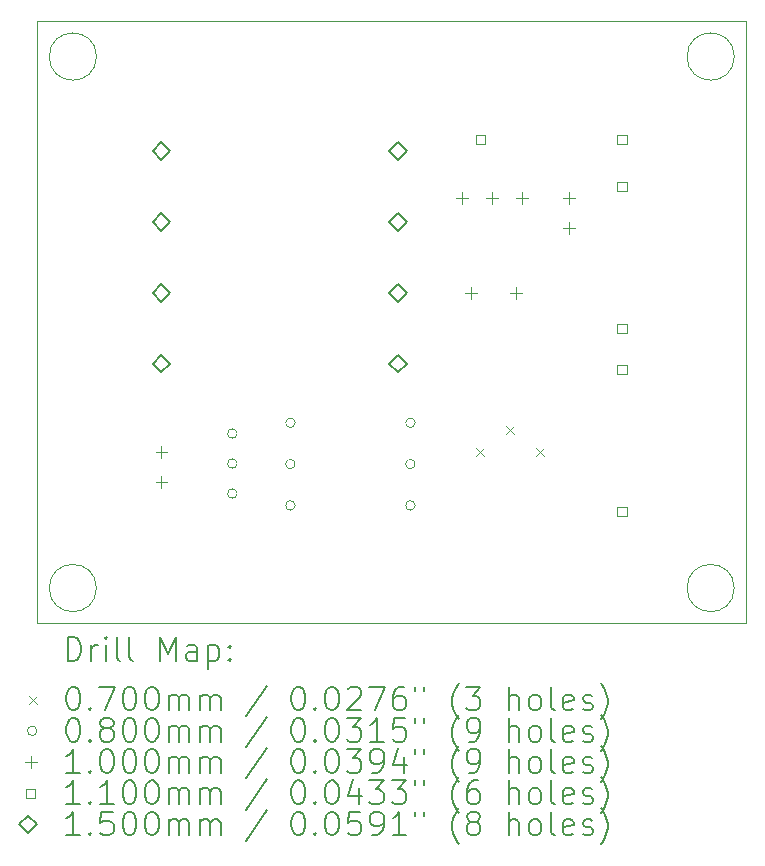
<source format=gbr>
%TF.GenerationSoftware,KiCad,Pcbnew,8.0.0*%
%TF.CreationDate,2024-03-19T09:36:20+03:00*%
%TF.ProjectId,germanium-power-src,6765726d-616e-4697-956d-2d706f776572,rev?*%
%TF.SameCoordinates,Original*%
%TF.FileFunction,Drillmap*%
%TF.FilePolarity,Positive*%
%FSLAX45Y45*%
G04 Gerber Fmt 4.5, Leading zero omitted, Abs format (unit mm)*
G04 Created by KiCad (PCBNEW 8.0.0) date 2024-03-19 09:36:20*
%MOMM*%
%LPD*%
G01*
G04 APERTURE LIST*
%ADD10C,0.100000*%
%ADD11C,0.200000*%
%ADD12C,0.110000*%
%ADD13C,0.150000*%
G04 APERTURE END LIST*
D10*
X15900000Y-7250000D02*
X9900000Y-7250000D01*
X15800000Y-7550000D02*
G75*
G02*
X15400000Y-7550000I-200000J0D01*
G01*
X15400000Y-7550000D02*
G75*
G02*
X15800000Y-7550000I200000J0D01*
G01*
X15900000Y-12350000D02*
X15900000Y-7250000D01*
X10400000Y-12050000D02*
G75*
G02*
X10000000Y-12050000I-200000J0D01*
G01*
X10000000Y-12050000D02*
G75*
G02*
X10400000Y-12050000I200000J0D01*
G01*
X15800000Y-12050000D02*
G75*
G02*
X15400000Y-12050000I-200000J0D01*
G01*
X15400000Y-12050000D02*
G75*
G02*
X15800000Y-12050000I200000J0D01*
G01*
X10400000Y-7550000D02*
G75*
G02*
X10000000Y-7550000I-200000J0D01*
G01*
X10000000Y-7550000D02*
G75*
G02*
X10400000Y-7550000I200000J0D01*
G01*
X9900000Y-12350000D02*
X15900000Y-12350000D01*
X9900000Y-7250000D02*
X9900000Y-12350000D01*
D11*
D10*
X13610000Y-10865000D02*
X13680000Y-10935000D01*
X13680000Y-10865000D02*
X13610000Y-10935000D01*
X13864000Y-10675000D02*
X13934000Y-10745000D01*
X13934000Y-10675000D02*
X13864000Y-10745000D01*
X14118000Y-10865000D02*
X14188000Y-10935000D01*
X14188000Y-10865000D02*
X14118000Y-10935000D01*
X11590000Y-10742000D02*
G75*
G02*
X11510000Y-10742000I-40000J0D01*
G01*
X11510000Y-10742000D02*
G75*
G02*
X11590000Y-10742000I40000J0D01*
G01*
X11590000Y-10996000D02*
G75*
G02*
X11510000Y-10996000I-40000J0D01*
G01*
X11510000Y-10996000D02*
G75*
G02*
X11590000Y-10996000I40000J0D01*
G01*
X11590000Y-11250000D02*
G75*
G02*
X11510000Y-11250000I-40000J0D01*
G01*
X11510000Y-11250000D02*
G75*
G02*
X11590000Y-11250000I40000J0D01*
G01*
X12082000Y-10650000D02*
G75*
G02*
X12002000Y-10650000I-40000J0D01*
G01*
X12002000Y-10650000D02*
G75*
G02*
X12082000Y-10650000I40000J0D01*
G01*
X12082000Y-11000000D02*
G75*
G02*
X12002000Y-11000000I-40000J0D01*
G01*
X12002000Y-11000000D02*
G75*
G02*
X12082000Y-11000000I40000J0D01*
G01*
X12082000Y-11350000D02*
G75*
G02*
X12002000Y-11350000I-40000J0D01*
G01*
X12002000Y-11350000D02*
G75*
G02*
X12082000Y-11350000I40000J0D01*
G01*
X13098000Y-10650000D02*
G75*
G02*
X13018000Y-10650000I-40000J0D01*
G01*
X13018000Y-10650000D02*
G75*
G02*
X13098000Y-10650000I40000J0D01*
G01*
X13098000Y-11000000D02*
G75*
G02*
X13018000Y-11000000I-40000J0D01*
G01*
X13018000Y-11000000D02*
G75*
G02*
X13098000Y-11000000I40000J0D01*
G01*
X13098000Y-11350000D02*
G75*
G02*
X13018000Y-11350000I-40000J0D01*
G01*
X13018000Y-11350000D02*
G75*
G02*
X13098000Y-11350000I40000J0D01*
G01*
X10950000Y-10846000D02*
X10950000Y-10946000D01*
X10900000Y-10896000D02*
X11000000Y-10896000D01*
X10950000Y-11100000D02*
X10950000Y-11200000D01*
X10900000Y-11150000D02*
X11000000Y-11150000D01*
X13492000Y-8700000D02*
X13492000Y-8800000D01*
X13442000Y-8750000D02*
X13542000Y-8750000D01*
X13570000Y-9500000D02*
X13570000Y-9600000D01*
X13520000Y-9550000D02*
X13620000Y-9550000D01*
X13746000Y-8700000D02*
X13746000Y-8800000D01*
X13696000Y-8750000D02*
X13796000Y-8750000D01*
X13950000Y-9500000D02*
X13950000Y-9600000D01*
X13900000Y-9550000D02*
X14000000Y-9550000D01*
X14000000Y-8700000D02*
X14000000Y-8800000D01*
X13950000Y-8750000D02*
X14050000Y-8750000D01*
X14400000Y-8696000D02*
X14400000Y-8796000D01*
X14350000Y-8746000D02*
X14450000Y-8746000D01*
X14400000Y-8950000D02*
X14400000Y-9050000D01*
X14350000Y-9000000D02*
X14450000Y-9000000D01*
D12*
X13688891Y-8288891D02*
X13688891Y-8211109D01*
X13611109Y-8211109D01*
X13611109Y-8288891D01*
X13688891Y-8288891D01*
X14888891Y-8288891D02*
X14888891Y-8211109D01*
X14811109Y-8211109D01*
X14811109Y-8288891D01*
X14888891Y-8288891D01*
X14888891Y-8688891D02*
X14888891Y-8611109D01*
X14811109Y-8611109D01*
X14811109Y-8688891D01*
X14888891Y-8688891D01*
X14888891Y-9888891D02*
X14888891Y-9811109D01*
X14811109Y-9811109D01*
X14811109Y-9888891D01*
X14888891Y-9888891D01*
X14888891Y-10238891D02*
X14888891Y-10161109D01*
X14811109Y-10161109D01*
X14811109Y-10238891D01*
X14888891Y-10238891D01*
X14888891Y-11438891D02*
X14888891Y-11361109D01*
X14811109Y-11361109D01*
X14811109Y-11438891D01*
X14888891Y-11438891D01*
D13*
X10950000Y-8425000D02*
X11025000Y-8350000D01*
X10950000Y-8275000D01*
X10875000Y-8350000D01*
X10950000Y-8425000D01*
X10950000Y-9025000D02*
X11025000Y-8950000D01*
X10950000Y-8875000D01*
X10875000Y-8950000D01*
X10950000Y-9025000D01*
X10950000Y-9625000D02*
X11025000Y-9550000D01*
X10950000Y-9475000D01*
X10875000Y-9550000D01*
X10950000Y-9625000D01*
X10950000Y-10225000D02*
X11025000Y-10150000D01*
X10950000Y-10075000D01*
X10875000Y-10150000D01*
X10950000Y-10225000D01*
X12950000Y-8425000D02*
X13025000Y-8350000D01*
X12950000Y-8275000D01*
X12875000Y-8350000D01*
X12950000Y-8425000D01*
X12950000Y-9025000D02*
X13025000Y-8950000D01*
X12950000Y-8875000D01*
X12875000Y-8950000D01*
X12950000Y-9025000D01*
X12950000Y-9625000D02*
X13025000Y-9550000D01*
X12950000Y-9475000D01*
X12875000Y-9550000D01*
X12950000Y-9625000D01*
X12950000Y-10225000D02*
X13025000Y-10150000D01*
X12950000Y-10075000D01*
X12875000Y-10150000D01*
X12950000Y-10225000D01*
D11*
X10155777Y-12666484D02*
X10155777Y-12466484D01*
X10155777Y-12466484D02*
X10203396Y-12466484D01*
X10203396Y-12466484D02*
X10231967Y-12476008D01*
X10231967Y-12476008D02*
X10251015Y-12495055D01*
X10251015Y-12495055D02*
X10260539Y-12514103D01*
X10260539Y-12514103D02*
X10270063Y-12552198D01*
X10270063Y-12552198D02*
X10270063Y-12580769D01*
X10270063Y-12580769D02*
X10260539Y-12618865D01*
X10260539Y-12618865D02*
X10251015Y-12637912D01*
X10251015Y-12637912D02*
X10231967Y-12656960D01*
X10231967Y-12656960D02*
X10203396Y-12666484D01*
X10203396Y-12666484D02*
X10155777Y-12666484D01*
X10355777Y-12666484D02*
X10355777Y-12533150D01*
X10355777Y-12571246D02*
X10365301Y-12552198D01*
X10365301Y-12552198D02*
X10374824Y-12542674D01*
X10374824Y-12542674D02*
X10393872Y-12533150D01*
X10393872Y-12533150D02*
X10412920Y-12533150D01*
X10479586Y-12666484D02*
X10479586Y-12533150D01*
X10479586Y-12466484D02*
X10470063Y-12476008D01*
X10470063Y-12476008D02*
X10479586Y-12485531D01*
X10479586Y-12485531D02*
X10489110Y-12476008D01*
X10489110Y-12476008D02*
X10479586Y-12466484D01*
X10479586Y-12466484D02*
X10479586Y-12485531D01*
X10603396Y-12666484D02*
X10584348Y-12656960D01*
X10584348Y-12656960D02*
X10574824Y-12637912D01*
X10574824Y-12637912D02*
X10574824Y-12466484D01*
X10708158Y-12666484D02*
X10689110Y-12656960D01*
X10689110Y-12656960D02*
X10679586Y-12637912D01*
X10679586Y-12637912D02*
X10679586Y-12466484D01*
X10936729Y-12666484D02*
X10936729Y-12466484D01*
X10936729Y-12466484D02*
X11003396Y-12609341D01*
X11003396Y-12609341D02*
X11070063Y-12466484D01*
X11070063Y-12466484D02*
X11070063Y-12666484D01*
X11251015Y-12666484D02*
X11251015Y-12561722D01*
X11251015Y-12561722D02*
X11241491Y-12542674D01*
X11241491Y-12542674D02*
X11222443Y-12533150D01*
X11222443Y-12533150D02*
X11184348Y-12533150D01*
X11184348Y-12533150D02*
X11165301Y-12542674D01*
X11251015Y-12656960D02*
X11231967Y-12666484D01*
X11231967Y-12666484D02*
X11184348Y-12666484D01*
X11184348Y-12666484D02*
X11165301Y-12656960D01*
X11165301Y-12656960D02*
X11155777Y-12637912D01*
X11155777Y-12637912D02*
X11155777Y-12618865D01*
X11155777Y-12618865D02*
X11165301Y-12599817D01*
X11165301Y-12599817D02*
X11184348Y-12590293D01*
X11184348Y-12590293D02*
X11231967Y-12590293D01*
X11231967Y-12590293D02*
X11251015Y-12580769D01*
X11346253Y-12533150D02*
X11346253Y-12733150D01*
X11346253Y-12542674D02*
X11365301Y-12533150D01*
X11365301Y-12533150D02*
X11403396Y-12533150D01*
X11403396Y-12533150D02*
X11422443Y-12542674D01*
X11422443Y-12542674D02*
X11431967Y-12552198D01*
X11431967Y-12552198D02*
X11441491Y-12571246D01*
X11441491Y-12571246D02*
X11441491Y-12628388D01*
X11441491Y-12628388D02*
X11431967Y-12647436D01*
X11431967Y-12647436D02*
X11422443Y-12656960D01*
X11422443Y-12656960D02*
X11403396Y-12666484D01*
X11403396Y-12666484D02*
X11365301Y-12666484D01*
X11365301Y-12666484D02*
X11346253Y-12656960D01*
X11527205Y-12647436D02*
X11536729Y-12656960D01*
X11536729Y-12656960D02*
X11527205Y-12666484D01*
X11527205Y-12666484D02*
X11517682Y-12656960D01*
X11517682Y-12656960D02*
X11527205Y-12647436D01*
X11527205Y-12647436D02*
X11527205Y-12666484D01*
X11527205Y-12542674D02*
X11536729Y-12552198D01*
X11536729Y-12552198D02*
X11527205Y-12561722D01*
X11527205Y-12561722D02*
X11517682Y-12552198D01*
X11517682Y-12552198D02*
X11527205Y-12542674D01*
X11527205Y-12542674D02*
X11527205Y-12561722D01*
D10*
X9825000Y-12960000D02*
X9895000Y-13030000D01*
X9895000Y-12960000D02*
X9825000Y-13030000D01*
D11*
X10193872Y-12886484D02*
X10212920Y-12886484D01*
X10212920Y-12886484D02*
X10231967Y-12896008D01*
X10231967Y-12896008D02*
X10241491Y-12905531D01*
X10241491Y-12905531D02*
X10251015Y-12924579D01*
X10251015Y-12924579D02*
X10260539Y-12962674D01*
X10260539Y-12962674D02*
X10260539Y-13010293D01*
X10260539Y-13010293D02*
X10251015Y-13048388D01*
X10251015Y-13048388D02*
X10241491Y-13067436D01*
X10241491Y-13067436D02*
X10231967Y-13076960D01*
X10231967Y-13076960D02*
X10212920Y-13086484D01*
X10212920Y-13086484D02*
X10193872Y-13086484D01*
X10193872Y-13086484D02*
X10174824Y-13076960D01*
X10174824Y-13076960D02*
X10165301Y-13067436D01*
X10165301Y-13067436D02*
X10155777Y-13048388D01*
X10155777Y-13048388D02*
X10146253Y-13010293D01*
X10146253Y-13010293D02*
X10146253Y-12962674D01*
X10146253Y-12962674D02*
X10155777Y-12924579D01*
X10155777Y-12924579D02*
X10165301Y-12905531D01*
X10165301Y-12905531D02*
X10174824Y-12896008D01*
X10174824Y-12896008D02*
X10193872Y-12886484D01*
X10346253Y-13067436D02*
X10355777Y-13076960D01*
X10355777Y-13076960D02*
X10346253Y-13086484D01*
X10346253Y-13086484D02*
X10336729Y-13076960D01*
X10336729Y-13076960D02*
X10346253Y-13067436D01*
X10346253Y-13067436D02*
X10346253Y-13086484D01*
X10422444Y-12886484D02*
X10555777Y-12886484D01*
X10555777Y-12886484D02*
X10470063Y-13086484D01*
X10670063Y-12886484D02*
X10689110Y-12886484D01*
X10689110Y-12886484D02*
X10708158Y-12896008D01*
X10708158Y-12896008D02*
X10717682Y-12905531D01*
X10717682Y-12905531D02*
X10727205Y-12924579D01*
X10727205Y-12924579D02*
X10736729Y-12962674D01*
X10736729Y-12962674D02*
X10736729Y-13010293D01*
X10736729Y-13010293D02*
X10727205Y-13048388D01*
X10727205Y-13048388D02*
X10717682Y-13067436D01*
X10717682Y-13067436D02*
X10708158Y-13076960D01*
X10708158Y-13076960D02*
X10689110Y-13086484D01*
X10689110Y-13086484D02*
X10670063Y-13086484D01*
X10670063Y-13086484D02*
X10651015Y-13076960D01*
X10651015Y-13076960D02*
X10641491Y-13067436D01*
X10641491Y-13067436D02*
X10631967Y-13048388D01*
X10631967Y-13048388D02*
X10622444Y-13010293D01*
X10622444Y-13010293D02*
X10622444Y-12962674D01*
X10622444Y-12962674D02*
X10631967Y-12924579D01*
X10631967Y-12924579D02*
X10641491Y-12905531D01*
X10641491Y-12905531D02*
X10651015Y-12896008D01*
X10651015Y-12896008D02*
X10670063Y-12886484D01*
X10860539Y-12886484D02*
X10879586Y-12886484D01*
X10879586Y-12886484D02*
X10898634Y-12896008D01*
X10898634Y-12896008D02*
X10908158Y-12905531D01*
X10908158Y-12905531D02*
X10917682Y-12924579D01*
X10917682Y-12924579D02*
X10927205Y-12962674D01*
X10927205Y-12962674D02*
X10927205Y-13010293D01*
X10927205Y-13010293D02*
X10917682Y-13048388D01*
X10917682Y-13048388D02*
X10908158Y-13067436D01*
X10908158Y-13067436D02*
X10898634Y-13076960D01*
X10898634Y-13076960D02*
X10879586Y-13086484D01*
X10879586Y-13086484D02*
X10860539Y-13086484D01*
X10860539Y-13086484D02*
X10841491Y-13076960D01*
X10841491Y-13076960D02*
X10831967Y-13067436D01*
X10831967Y-13067436D02*
X10822444Y-13048388D01*
X10822444Y-13048388D02*
X10812920Y-13010293D01*
X10812920Y-13010293D02*
X10812920Y-12962674D01*
X10812920Y-12962674D02*
X10822444Y-12924579D01*
X10822444Y-12924579D02*
X10831967Y-12905531D01*
X10831967Y-12905531D02*
X10841491Y-12896008D01*
X10841491Y-12896008D02*
X10860539Y-12886484D01*
X11012920Y-13086484D02*
X11012920Y-12953150D01*
X11012920Y-12972198D02*
X11022444Y-12962674D01*
X11022444Y-12962674D02*
X11041491Y-12953150D01*
X11041491Y-12953150D02*
X11070063Y-12953150D01*
X11070063Y-12953150D02*
X11089110Y-12962674D01*
X11089110Y-12962674D02*
X11098634Y-12981722D01*
X11098634Y-12981722D02*
X11098634Y-13086484D01*
X11098634Y-12981722D02*
X11108158Y-12962674D01*
X11108158Y-12962674D02*
X11127205Y-12953150D01*
X11127205Y-12953150D02*
X11155777Y-12953150D01*
X11155777Y-12953150D02*
X11174825Y-12962674D01*
X11174825Y-12962674D02*
X11184348Y-12981722D01*
X11184348Y-12981722D02*
X11184348Y-13086484D01*
X11279586Y-13086484D02*
X11279586Y-12953150D01*
X11279586Y-12972198D02*
X11289110Y-12962674D01*
X11289110Y-12962674D02*
X11308158Y-12953150D01*
X11308158Y-12953150D02*
X11336729Y-12953150D01*
X11336729Y-12953150D02*
X11355777Y-12962674D01*
X11355777Y-12962674D02*
X11365301Y-12981722D01*
X11365301Y-12981722D02*
X11365301Y-13086484D01*
X11365301Y-12981722D02*
X11374824Y-12962674D01*
X11374824Y-12962674D02*
X11393872Y-12953150D01*
X11393872Y-12953150D02*
X11422443Y-12953150D01*
X11422443Y-12953150D02*
X11441491Y-12962674D01*
X11441491Y-12962674D02*
X11451015Y-12981722D01*
X11451015Y-12981722D02*
X11451015Y-13086484D01*
X11841491Y-12876960D02*
X11670063Y-13134103D01*
X12098634Y-12886484D02*
X12117682Y-12886484D01*
X12117682Y-12886484D02*
X12136729Y-12896008D01*
X12136729Y-12896008D02*
X12146253Y-12905531D01*
X12146253Y-12905531D02*
X12155777Y-12924579D01*
X12155777Y-12924579D02*
X12165301Y-12962674D01*
X12165301Y-12962674D02*
X12165301Y-13010293D01*
X12165301Y-13010293D02*
X12155777Y-13048388D01*
X12155777Y-13048388D02*
X12146253Y-13067436D01*
X12146253Y-13067436D02*
X12136729Y-13076960D01*
X12136729Y-13076960D02*
X12117682Y-13086484D01*
X12117682Y-13086484D02*
X12098634Y-13086484D01*
X12098634Y-13086484D02*
X12079586Y-13076960D01*
X12079586Y-13076960D02*
X12070063Y-13067436D01*
X12070063Y-13067436D02*
X12060539Y-13048388D01*
X12060539Y-13048388D02*
X12051015Y-13010293D01*
X12051015Y-13010293D02*
X12051015Y-12962674D01*
X12051015Y-12962674D02*
X12060539Y-12924579D01*
X12060539Y-12924579D02*
X12070063Y-12905531D01*
X12070063Y-12905531D02*
X12079586Y-12896008D01*
X12079586Y-12896008D02*
X12098634Y-12886484D01*
X12251015Y-13067436D02*
X12260539Y-13076960D01*
X12260539Y-13076960D02*
X12251015Y-13086484D01*
X12251015Y-13086484D02*
X12241491Y-13076960D01*
X12241491Y-13076960D02*
X12251015Y-13067436D01*
X12251015Y-13067436D02*
X12251015Y-13086484D01*
X12384348Y-12886484D02*
X12403396Y-12886484D01*
X12403396Y-12886484D02*
X12422444Y-12896008D01*
X12422444Y-12896008D02*
X12431967Y-12905531D01*
X12431967Y-12905531D02*
X12441491Y-12924579D01*
X12441491Y-12924579D02*
X12451015Y-12962674D01*
X12451015Y-12962674D02*
X12451015Y-13010293D01*
X12451015Y-13010293D02*
X12441491Y-13048388D01*
X12441491Y-13048388D02*
X12431967Y-13067436D01*
X12431967Y-13067436D02*
X12422444Y-13076960D01*
X12422444Y-13076960D02*
X12403396Y-13086484D01*
X12403396Y-13086484D02*
X12384348Y-13086484D01*
X12384348Y-13086484D02*
X12365301Y-13076960D01*
X12365301Y-13076960D02*
X12355777Y-13067436D01*
X12355777Y-13067436D02*
X12346253Y-13048388D01*
X12346253Y-13048388D02*
X12336729Y-13010293D01*
X12336729Y-13010293D02*
X12336729Y-12962674D01*
X12336729Y-12962674D02*
X12346253Y-12924579D01*
X12346253Y-12924579D02*
X12355777Y-12905531D01*
X12355777Y-12905531D02*
X12365301Y-12896008D01*
X12365301Y-12896008D02*
X12384348Y-12886484D01*
X12527206Y-12905531D02*
X12536729Y-12896008D01*
X12536729Y-12896008D02*
X12555777Y-12886484D01*
X12555777Y-12886484D02*
X12603396Y-12886484D01*
X12603396Y-12886484D02*
X12622444Y-12896008D01*
X12622444Y-12896008D02*
X12631967Y-12905531D01*
X12631967Y-12905531D02*
X12641491Y-12924579D01*
X12641491Y-12924579D02*
X12641491Y-12943627D01*
X12641491Y-12943627D02*
X12631967Y-12972198D01*
X12631967Y-12972198D02*
X12517682Y-13086484D01*
X12517682Y-13086484D02*
X12641491Y-13086484D01*
X12708158Y-12886484D02*
X12841491Y-12886484D01*
X12841491Y-12886484D02*
X12755777Y-13086484D01*
X13003396Y-12886484D02*
X12965301Y-12886484D01*
X12965301Y-12886484D02*
X12946253Y-12896008D01*
X12946253Y-12896008D02*
X12936729Y-12905531D01*
X12936729Y-12905531D02*
X12917682Y-12934103D01*
X12917682Y-12934103D02*
X12908158Y-12972198D01*
X12908158Y-12972198D02*
X12908158Y-13048388D01*
X12908158Y-13048388D02*
X12917682Y-13067436D01*
X12917682Y-13067436D02*
X12927206Y-13076960D01*
X12927206Y-13076960D02*
X12946253Y-13086484D01*
X12946253Y-13086484D02*
X12984348Y-13086484D01*
X12984348Y-13086484D02*
X13003396Y-13076960D01*
X13003396Y-13076960D02*
X13012920Y-13067436D01*
X13012920Y-13067436D02*
X13022444Y-13048388D01*
X13022444Y-13048388D02*
X13022444Y-13000769D01*
X13022444Y-13000769D02*
X13012920Y-12981722D01*
X13012920Y-12981722D02*
X13003396Y-12972198D01*
X13003396Y-12972198D02*
X12984348Y-12962674D01*
X12984348Y-12962674D02*
X12946253Y-12962674D01*
X12946253Y-12962674D02*
X12927206Y-12972198D01*
X12927206Y-12972198D02*
X12917682Y-12981722D01*
X12917682Y-12981722D02*
X12908158Y-13000769D01*
X13098634Y-12886484D02*
X13098634Y-12924579D01*
X13174825Y-12886484D02*
X13174825Y-12924579D01*
X13470063Y-13162674D02*
X13460539Y-13153150D01*
X13460539Y-13153150D02*
X13441491Y-13124579D01*
X13441491Y-13124579D02*
X13431968Y-13105531D01*
X13431968Y-13105531D02*
X13422444Y-13076960D01*
X13422444Y-13076960D02*
X13412920Y-13029341D01*
X13412920Y-13029341D02*
X13412920Y-12991246D01*
X13412920Y-12991246D02*
X13422444Y-12943627D01*
X13422444Y-12943627D02*
X13431968Y-12915055D01*
X13431968Y-12915055D02*
X13441491Y-12896008D01*
X13441491Y-12896008D02*
X13460539Y-12867436D01*
X13460539Y-12867436D02*
X13470063Y-12857912D01*
X13527206Y-12886484D02*
X13651015Y-12886484D01*
X13651015Y-12886484D02*
X13584348Y-12962674D01*
X13584348Y-12962674D02*
X13612920Y-12962674D01*
X13612920Y-12962674D02*
X13631968Y-12972198D01*
X13631968Y-12972198D02*
X13641491Y-12981722D01*
X13641491Y-12981722D02*
X13651015Y-13000769D01*
X13651015Y-13000769D02*
X13651015Y-13048388D01*
X13651015Y-13048388D02*
X13641491Y-13067436D01*
X13641491Y-13067436D02*
X13631968Y-13076960D01*
X13631968Y-13076960D02*
X13612920Y-13086484D01*
X13612920Y-13086484D02*
X13555777Y-13086484D01*
X13555777Y-13086484D02*
X13536729Y-13076960D01*
X13536729Y-13076960D02*
X13527206Y-13067436D01*
X13889110Y-13086484D02*
X13889110Y-12886484D01*
X13974825Y-13086484D02*
X13974825Y-12981722D01*
X13974825Y-12981722D02*
X13965301Y-12962674D01*
X13965301Y-12962674D02*
X13946253Y-12953150D01*
X13946253Y-12953150D02*
X13917682Y-12953150D01*
X13917682Y-12953150D02*
X13898634Y-12962674D01*
X13898634Y-12962674D02*
X13889110Y-12972198D01*
X14098634Y-13086484D02*
X14079587Y-13076960D01*
X14079587Y-13076960D02*
X14070063Y-13067436D01*
X14070063Y-13067436D02*
X14060539Y-13048388D01*
X14060539Y-13048388D02*
X14060539Y-12991246D01*
X14060539Y-12991246D02*
X14070063Y-12972198D01*
X14070063Y-12972198D02*
X14079587Y-12962674D01*
X14079587Y-12962674D02*
X14098634Y-12953150D01*
X14098634Y-12953150D02*
X14127206Y-12953150D01*
X14127206Y-12953150D02*
X14146253Y-12962674D01*
X14146253Y-12962674D02*
X14155777Y-12972198D01*
X14155777Y-12972198D02*
X14165301Y-12991246D01*
X14165301Y-12991246D02*
X14165301Y-13048388D01*
X14165301Y-13048388D02*
X14155777Y-13067436D01*
X14155777Y-13067436D02*
X14146253Y-13076960D01*
X14146253Y-13076960D02*
X14127206Y-13086484D01*
X14127206Y-13086484D02*
X14098634Y-13086484D01*
X14279587Y-13086484D02*
X14260539Y-13076960D01*
X14260539Y-13076960D02*
X14251015Y-13057912D01*
X14251015Y-13057912D02*
X14251015Y-12886484D01*
X14431968Y-13076960D02*
X14412920Y-13086484D01*
X14412920Y-13086484D02*
X14374825Y-13086484D01*
X14374825Y-13086484D02*
X14355777Y-13076960D01*
X14355777Y-13076960D02*
X14346253Y-13057912D01*
X14346253Y-13057912D02*
X14346253Y-12981722D01*
X14346253Y-12981722D02*
X14355777Y-12962674D01*
X14355777Y-12962674D02*
X14374825Y-12953150D01*
X14374825Y-12953150D02*
X14412920Y-12953150D01*
X14412920Y-12953150D02*
X14431968Y-12962674D01*
X14431968Y-12962674D02*
X14441491Y-12981722D01*
X14441491Y-12981722D02*
X14441491Y-13000769D01*
X14441491Y-13000769D02*
X14346253Y-13019817D01*
X14517682Y-13076960D02*
X14536730Y-13086484D01*
X14536730Y-13086484D02*
X14574825Y-13086484D01*
X14574825Y-13086484D02*
X14593872Y-13076960D01*
X14593872Y-13076960D02*
X14603396Y-13057912D01*
X14603396Y-13057912D02*
X14603396Y-13048388D01*
X14603396Y-13048388D02*
X14593872Y-13029341D01*
X14593872Y-13029341D02*
X14574825Y-13019817D01*
X14574825Y-13019817D02*
X14546253Y-13019817D01*
X14546253Y-13019817D02*
X14527206Y-13010293D01*
X14527206Y-13010293D02*
X14517682Y-12991246D01*
X14517682Y-12991246D02*
X14517682Y-12981722D01*
X14517682Y-12981722D02*
X14527206Y-12962674D01*
X14527206Y-12962674D02*
X14546253Y-12953150D01*
X14546253Y-12953150D02*
X14574825Y-12953150D01*
X14574825Y-12953150D02*
X14593872Y-12962674D01*
X14670063Y-13162674D02*
X14679587Y-13153150D01*
X14679587Y-13153150D02*
X14698634Y-13124579D01*
X14698634Y-13124579D02*
X14708158Y-13105531D01*
X14708158Y-13105531D02*
X14717682Y-13076960D01*
X14717682Y-13076960D02*
X14727206Y-13029341D01*
X14727206Y-13029341D02*
X14727206Y-12991246D01*
X14727206Y-12991246D02*
X14717682Y-12943627D01*
X14717682Y-12943627D02*
X14708158Y-12915055D01*
X14708158Y-12915055D02*
X14698634Y-12896008D01*
X14698634Y-12896008D02*
X14679587Y-12867436D01*
X14679587Y-12867436D02*
X14670063Y-12857912D01*
D10*
X9895000Y-13259000D02*
G75*
G02*
X9815000Y-13259000I-40000J0D01*
G01*
X9815000Y-13259000D02*
G75*
G02*
X9895000Y-13259000I40000J0D01*
G01*
D11*
X10193872Y-13150484D02*
X10212920Y-13150484D01*
X10212920Y-13150484D02*
X10231967Y-13160008D01*
X10231967Y-13160008D02*
X10241491Y-13169531D01*
X10241491Y-13169531D02*
X10251015Y-13188579D01*
X10251015Y-13188579D02*
X10260539Y-13226674D01*
X10260539Y-13226674D02*
X10260539Y-13274293D01*
X10260539Y-13274293D02*
X10251015Y-13312388D01*
X10251015Y-13312388D02*
X10241491Y-13331436D01*
X10241491Y-13331436D02*
X10231967Y-13340960D01*
X10231967Y-13340960D02*
X10212920Y-13350484D01*
X10212920Y-13350484D02*
X10193872Y-13350484D01*
X10193872Y-13350484D02*
X10174824Y-13340960D01*
X10174824Y-13340960D02*
X10165301Y-13331436D01*
X10165301Y-13331436D02*
X10155777Y-13312388D01*
X10155777Y-13312388D02*
X10146253Y-13274293D01*
X10146253Y-13274293D02*
X10146253Y-13226674D01*
X10146253Y-13226674D02*
X10155777Y-13188579D01*
X10155777Y-13188579D02*
X10165301Y-13169531D01*
X10165301Y-13169531D02*
X10174824Y-13160008D01*
X10174824Y-13160008D02*
X10193872Y-13150484D01*
X10346253Y-13331436D02*
X10355777Y-13340960D01*
X10355777Y-13340960D02*
X10346253Y-13350484D01*
X10346253Y-13350484D02*
X10336729Y-13340960D01*
X10336729Y-13340960D02*
X10346253Y-13331436D01*
X10346253Y-13331436D02*
X10346253Y-13350484D01*
X10470063Y-13236198D02*
X10451015Y-13226674D01*
X10451015Y-13226674D02*
X10441491Y-13217150D01*
X10441491Y-13217150D02*
X10431967Y-13198103D01*
X10431967Y-13198103D02*
X10431967Y-13188579D01*
X10431967Y-13188579D02*
X10441491Y-13169531D01*
X10441491Y-13169531D02*
X10451015Y-13160008D01*
X10451015Y-13160008D02*
X10470063Y-13150484D01*
X10470063Y-13150484D02*
X10508158Y-13150484D01*
X10508158Y-13150484D02*
X10527205Y-13160008D01*
X10527205Y-13160008D02*
X10536729Y-13169531D01*
X10536729Y-13169531D02*
X10546253Y-13188579D01*
X10546253Y-13188579D02*
X10546253Y-13198103D01*
X10546253Y-13198103D02*
X10536729Y-13217150D01*
X10536729Y-13217150D02*
X10527205Y-13226674D01*
X10527205Y-13226674D02*
X10508158Y-13236198D01*
X10508158Y-13236198D02*
X10470063Y-13236198D01*
X10470063Y-13236198D02*
X10451015Y-13245722D01*
X10451015Y-13245722D02*
X10441491Y-13255246D01*
X10441491Y-13255246D02*
X10431967Y-13274293D01*
X10431967Y-13274293D02*
X10431967Y-13312388D01*
X10431967Y-13312388D02*
X10441491Y-13331436D01*
X10441491Y-13331436D02*
X10451015Y-13340960D01*
X10451015Y-13340960D02*
X10470063Y-13350484D01*
X10470063Y-13350484D02*
X10508158Y-13350484D01*
X10508158Y-13350484D02*
X10527205Y-13340960D01*
X10527205Y-13340960D02*
X10536729Y-13331436D01*
X10536729Y-13331436D02*
X10546253Y-13312388D01*
X10546253Y-13312388D02*
X10546253Y-13274293D01*
X10546253Y-13274293D02*
X10536729Y-13255246D01*
X10536729Y-13255246D02*
X10527205Y-13245722D01*
X10527205Y-13245722D02*
X10508158Y-13236198D01*
X10670063Y-13150484D02*
X10689110Y-13150484D01*
X10689110Y-13150484D02*
X10708158Y-13160008D01*
X10708158Y-13160008D02*
X10717682Y-13169531D01*
X10717682Y-13169531D02*
X10727205Y-13188579D01*
X10727205Y-13188579D02*
X10736729Y-13226674D01*
X10736729Y-13226674D02*
X10736729Y-13274293D01*
X10736729Y-13274293D02*
X10727205Y-13312388D01*
X10727205Y-13312388D02*
X10717682Y-13331436D01*
X10717682Y-13331436D02*
X10708158Y-13340960D01*
X10708158Y-13340960D02*
X10689110Y-13350484D01*
X10689110Y-13350484D02*
X10670063Y-13350484D01*
X10670063Y-13350484D02*
X10651015Y-13340960D01*
X10651015Y-13340960D02*
X10641491Y-13331436D01*
X10641491Y-13331436D02*
X10631967Y-13312388D01*
X10631967Y-13312388D02*
X10622444Y-13274293D01*
X10622444Y-13274293D02*
X10622444Y-13226674D01*
X10622444Y-13226674D02*
X10631967Y-13188579D01*
X10631967Y-13188579D02*
X10641491Y-13169531D01*
X10641491Y-13169531D02*
X10651015Y-13160008D01*
X10651015Y-13160008D02*
X10670063Y-13150484D01*
X10860539Y-13150484D02*
X10879586Y-13150484D01*
X10879586Y-13150484D02*
X10898634Y-13160008D01*
X10898634Y-13160008D02*
X10908158Y-13169531D01*
X10908158Y-13169531D02*
X10917682Y-13188579D01*
X10917682Y-13188579D02*
X10927205Y-13226674D01*
X10927205Y-13226674D02*
X10927205Y-13274293D01*
X10927205Y-13274293D02*
X10917682Y-13312388D01*
X10917682Y-13312388D02*
X10908158Y-13331436D01*
X10908158Y-13331436D02*
X10898634Y-13340960D01*
X10898634Y-13340960D02*
X10879586Y-13350484D01*
X10879586Y-13350484D02*
X10860539Y-13350484D01*
X10860539Y-13350484D02*
X10841491Y-13340960D01*
X10841491Y-13340960D02*
X10831967Y-13331436D01*
X10831967Y-13331436D02*
X10822444Y-13312388D01*
X10822444Y-13312388D02*
X10812920Y-13274293D01*
X10812920Y-13274293D02*
X10812920Y-13226674D01*
X10812920Y-13226674D02*
X10822444Y-13188579D01*
X10822444Y-13188579D02*
X10831967Y-13169531D01*
X10831967Y-13169531D02*
X10841491Y-13160008D01*
X10841491Y-13160008D02*
X10860539Y-13150484D01*
X11012920Y-13350484D02*
X11012920Y-13217150D01*
X11012920Y-13236198D02*
X11022444Y-13226674D01*
X11022444Y-13226674D02*
X11041491Y-13217150D01*
X11041491Y-13217150D02*
X11070063Y-13217150D01*
X11070063Y-13217150D02*
X11089110Y-13226674D01*
X11089110Y-13226674D02*
X11098634Y-13245722D01*
X11098634Y-13245722D02*
X11098634Y-13350484D01*
X11098634Y-13245722D02*
X11108158Y-13226674D01*
X11108158Y-13226674D02*
X11127205Y-13217150D01*
X11127205Y-13217150D02*
X11155777Y-13217150D01*
X11155777Y-13217150D02*
X11174825Y-13226674D01*
X11174825Y-13226674D02*
X11184348Y-13245722D01*
X11184348Y-13245722D02*
X11184348Y-13350484D01*
X11279586Y-13350484D02*
X11279586Y-13217150D01*
X11279586Y-13236198D02*
X11289110Y-13226674D01*
X11289110Y-13226674D02*
X11308158Y-13217150D01*
X11308158Y-13217150D02*
X11336729Y-13217150D01*
X11336729Y-13217150D02*
X11355777Y-13226674D01*
X11355777Y-13226674D02*
X11365301Y-13245722D01*
X11365301Y-13245722D02*
X11365301Y-13350484D01*
X11365301Y-13245722D02*
X11374824Y-13226674D01*
X11374824Y-13226674D02*
X11393872Y-13217150D01*
X11393872Y-13217150D02*
X11422443Y-13217150D01*
X11422443Y-13217150D02*
X11441491Y-13226674D01*
X11441491Y-13226674D02*
X11451015Y-13245722D01*
X11451015Y-13245722D02*
X11451015Y-13350484D01*
X11841491Y-13140960D02*
X11670063Y-13398103D01*
X12098634Y-13150484D02*
X12117682Y-13150484D01*
X12117682Y-13150484D02*
X12136729Y-13160008D01*
X12136729Y-13160008D02*
X12146253Y-13169531D01*
X12146253Y-13169531D02*
X12155777Y-13188579D01*
X12155777Y-13188579D02*
X12165301Y-13226674D01*
X12165301Y-13226674D02*
X12165301Y-13274293D01*
X12165301Y-13274293D02*
X12155777Y-13312388D01*
X12155777Y-13312388D02*
X12146253Y-13331436D01*
X12146253Y-13331436D02*
X12136729Y-13340960D01*
X12136729Y-13340960D02*
X12117682Y-13350484D01*
X12117682Y-13350484D02*
X12098634Y-13350484D01*
X12098634Y-13350484D02*
X12079586Y-13340960D01*
X12079586Y-13340960D02*
X12070063Y-13331436D01*
X12070063Y-13331436D02*
X12060539Y-13312388D01*
X12060539Y-13312388D02*
X12051015Y-13274293D01*
X12051015Y-13274293D02*
X12051015Y-13226674D01*
X12051015Y-13226674D02*
X12060539Y-13188579D01*
X12060539Y-13188579D02*
X12070063Y-13169531D01*
X12070063Y-13169531D02*
X12079586Y-13160008D01*
X12079586Y-13160008D02*
X12098634Y-13150484D01*
X12251015Y-13331436D02*
X12260539Y-13340960D01*
X12260539Y-13340960D02*
X12251015Y-13350484D01*
X12251015Y-13350484D02*
X12241491Y-13340960D01*
X12241491Y-13340960D02*
X12251015Y-13331436D01*
X12251015Y-13331436D02*
X12251015Y-13350484D01*
X12384348Y-13150484D02*
X12403396Y-13150484D01*
X12403396Y-13150484D02*
X12422444Y-13160008D01*
X12422444Y-13160008D02*
X12431967Y-13169531D01*
X12431967Y-13169531D02*
X12441491Y-13188579D01*
X12441491Y-13188579D02*
X12451015Y-13226674D01*
X12451015Y-13226674D02*
X12451015Y-13274293D01*
X12451015Y-13274293D02*
X12441491Y-13312388D01*
X12441491Y-13312388D02*
X12431967Y-13331436D01*
X12431967Y-13331436D02*
X12422444Y-13340960D01*
X12422444Y-13340960D02*
X12403396Y-13350484D01*
X12403396Y-13350484D02*
X12384348Y-13350484D01*
X12384348Y-13350484D02*
X12365301Y-13340960D01*
X12365301Y-13340960D02*
X12355777Y-13331436D01*
X12355777Y-13331436D02*
X12346253Y-13312388D01*
X12346253Y-13312388D02*
X12336729Y-13274293D01*
X12336729Y-13274293D02*
X12336729Y-13226674D01*
X12336729Y-13226674D02*
X12346253Y-13188579D01*
X12346253Y-13188579D02*
X12355777Y-13169531D01*
X12355777Y-13169531D02*
X12365301Y-13160008D01*
X12365301Y-13160008D02*
X12384348Y-13150484D01*
X12517682Y-13150484D02*
X12641491Y-13150484D01*
X12641491Y-13150484D02*
X12574825Y-13226674D01*
X12574825Y-13226674D02*
X12603396Y-13226674D01*
X12603396Y-13226674D02*
X12622444Y-13236198D01*
X12622444Y-13236198D02*
X12631967Y-13245722D01*
X12631967Y-13245722D02*
X12641491Y-13264769D01*
X12641491Y-13264769D02*
X12641491Y-13312388D01*
X12641491Y-13312388D02*
X12631967Y-13331436D01*
X12631967Y-13331436D02*
X12622444Y-13340960D01*
X12622444Y-13340960D02*
X12603396Y-13350484D01*
X12603396Y-13350484D02*
X12546253Y-13350484D01*
X12546253Y-13350484D02*
X12527206Y-13340960D01*
X12527206Y-13340960D02*
X12517682Y-13331436D01*
X12831967Y-13350484D02*
X12717682Y-13350484D01*
X12774825Y-13350484D02*
X12774825Y-13150484D01*
X12774825Y-13150484D02*
X12755777Y-13179055D01*
X12755777Y-13179055D02*
X12736729Y-13198103D01*
X12736729Y-13198103D02*
X12717682Y-13207627D01*
X13012920Y-13150484D02*
X12917682Y-13150484D01*
X12917682Y-13150484D02*
X12908158Y-13245722D01*
X12908158Y-13245722D02*
X12917682Y-13236198D01*
X12917682Y-13236198D02*
X12936729Y-13226674D01*
X12936729Y-13226674D02*
X12984348Y-13226674D01*
X12984348Y-13226674D02*
X13003396Y-13236198D01*
X13003396Y-13236198D02*
X13012920Y-13245722D01*
X13012920Y-13245722D02*
X13022444Y-13264769D01*
X13022444Y-13264769D02*
X13022444Y-13312388D01*
X13022444Y-13312388D02*
X13012920Y-13331436D01*
X13012920Y-13331436D02*
X13003396Y-13340960D01*
X13003396Y-13340960D02*
X12984348Y-13350484D01*
X12984348Y-13350484D02*
X12936729Y-13350484D01*
X12936729Y-13350484D02*
X12917682Y-13340960D01*
X12917682Y-13340960D02*
X12908158Y-13331436D01*
X13098634Y-13150484D02*
X13098634Y-13188579D01*
X13174825Y-13150484D02*
X13174825Y-13188579D01*
X13470063Y-13426674D02*
X13460539Y-13417150D01*
X13460539Y-13417150D02*
X13441491Y-13388579D01*
X13441491Y-13388579D02*
X13431968Y-13369531D01*
X13431968Y-13369531D02*
X13422444Y-13340960D01*
X13422444Y-13340960D02*
X13412920Y-13293341D01*
X13412920Y-13293341D02*
X13412920Y-13255246D01*
X13412920Y-13255246D02*
X13422444Y-13207627D01*
X13422444Y-13207627D02*
X13431968Y-13179055D01*
X13431968Y-13179055D02*
X13441491Y-13160008D01*
X13441491Y-13160008D02*
X13460539Y-13131436D01*
X13460539Y-13131436D02*
X13470063Y-13121912D01*
X13555777Y-13350484D02*
X13593872Y-13350484D01*
X13593872Y-13350484D02*
X13612920Y-13340960D01*
X13612920Y-13340960D02*
X13622444Y-13331436D01*
X13622444Y-13331436D02*
X13641491Y-13302865D01*
X13641491Y-13302865D02*
X13651015Y-13264769D01*
X13651015Y-13264769D02*
X13651015Y-13188579D01*
X13651015Y-13188579D02*
X13641491Y-13169531D01*
X13641491Y-13169531D02*
X13631968Y-13160008D01*
X13631968Y-13160008D02*
X13612920Y-13150484D01*
X13612920Y-13150484D02*
X13574825Y-13150484D01*
X13574825Y-13150484D02*
X13555777Y-13160008D01*
X13555777Y-13160008D02*
X13546253Y-13169531D01*
X13546253Y-13169531D02*
X13536729Y-13188579D01*
X13536729Y-13188579D02*
X13536729Y-13236198D01*
X13536729Y-13236198D02*
X13546253Y-13255246D01*
X13546253Y-13255246D02*
X13555777Y-13264769D01*
X13555777Y-13264769D02*
X13574825Y-13274293D01*
X13574825Y-13274293D02*
X13612920Y-13274293D01*
X13612920Y-13274293D02*
X13631968Y-13264769D01*
X13631968Y-13264769D02*
X13641491Y-13255246D01*
X13641491Y-13255246D02*
X13651015Y-13236198D01*
X13889110Y-13350484D02*
X13889110Y-13150484D01*
X13974825Y-13350484D02*
X13974825Y-13245722D01*
X13974825Y-13245722D02*
X13965301Y-13226674D01*
X13965301Y-13226674D02*
X13946253Y-13217150D01*
X13946253Y-13217150D02*
X13917682Y-13217150D01*
X13917682Y-13217150D02*
X13898634Y-13226674D01*
X13898634Y-13226674D02*
X13889110Y-13236198D01*
X14098634Y-13350484D02*
X14079587Y-13340960D01*
X14079587Y-13340960D02*
X14070063Y-13331436D01*
X14070063Y-13331436D02*
X14060539Y-13312388D01*
X14060539Y-13312388D02*
X14060539Y-13255246D01*
X14060539Y-13255246D02*
X14070063Y-13236198D01*
X14070063Y-13236198D02*
X14079587Y-13226674D01*
X14079587Y-13226674D02*
X14098634Y-13217150D01*
X14098634Y-13217150D02*
X14127206Y-13217150D01*
X14127206Y-13217150D02*
X14146253Y-13226674D01*
X14146253Y-13226674D02*
X14155777Y-13236198D01*
X14155777Y-13236198D02*
X14165301Y-13255246D01*
X14165301Y-13255246D02*
X14165301Y-13312388D01*
X14165301Y-13312388D02*
X14155777Y-13331436D01*
X14155777Y-13331436D02*
X14146253Y-13340960D01*
X14146253Y-13340960D02*
X14127206Y-13350484D01*
X14127206Y-13350484D02*
X14098634Y-13350484D01*
X14279587Y-13350484D02*
X14260539Y-13340960D01*
X14260539Y-13340960D02*
X14251015Y-13321912D01*
X14251015Y-13321912D02*
X14251015Y-13150484D01*
X14431968Y-13340960D02*
X14412920Y-13350484D01*
X14412920Y-13350484D02*
X14374825Y-13350484D01*
X14374825Y-13350484D02*
X14355777Y-13340960D01*
X14355777Y-13340960D02*
X14346253Y-13321912D01*
X14346253Y-13321912D02*
X14346253Y-13245722D01*
X14346253Y-13245722D02*
X14355777Y-13226674D01*
X14355777Y-13226674D02*
X14374825Y-13217150D01*
X14374825Y-13217150D02*
X14412920Y-13217150D01*
X14412920Y-13217150D02*
X14431968Y-13226674D01*
X14431968Y-13226674D02*
X14441491Y-13245722D01*
X14441491Y-13245722D02*
X14441491Y-13264769D01*
X14441491Y-13264769D02*
X14346253Y-13283817D01*
X14517682Y-13340960D02*
X14536730Y-13350484D01*
X14536730Y-13350484D02*
X14574825Y-13350484D01*
X14574825Y-13350484D02*
X14593872Y-13340960D01*
X14593872Y-13340960D02*
X14603396Y-13321912D01*
X14603396Y-13321912D02*
X14603396Y-13312388D01*
X14603396Y-13312388D02*
X14593872Y-13293341D01*
X14593872Y-13293341D02*
X14574825Y-13283817D01*
X14574825Y-13283817D02*
X14546253Y-13283817D01*
X14546253Y-13283817D02*
X14527206Y-13274293D01*
X14527206Y-13274293D02*
X14517682Y-13255246D01*
X14517682Y-13255246D02*
X14517682Y-13245722D01*
X14517682Y-13245722D02*
X14527206Y-13226674D01*
X14527206Y-13226674D02*
X14546253Y-13217150D01*
X14546253Y-13217150D02*
X14574825Y-13217150D01*
X14574825Y-13217150D02*
X14593872Y-13226674D01*
X14670063Y-13426674D02*
X14679587Y-13417150D01*
X14679587Y-13417150D02*
X14698634Y-13388579D01*
X14698634Y-13388579D02*
X14708158Y-13369531D01*
X14708158Y-13369531D02*
X14717682Y-13340960D01*
X14717682Y-13340960D02*
X14727206Y-13293341D01*
X14727206Y-13293341D02*
X14727206Y-13255246D01*
X14727206Y-13255246D02*
X14717682Y-13207627D01*
X14717682Y-13207627D02*
X14708158Y-13179055D01*
X14708158Y-13179055D02*
X14698634Y-13160008D01*
X14698634Y-13160008D02*
X14679587Y-13131436D01*
X14679587Y-13131436D02*
X14670063Y-13121912D01*
D10*
X9845000Y-13473000D02*
X9845000Y-13573000D01*
X9795000Y-13523000D02*
X9895000Y-13523000D01*
D11*
X10260539Y-13614484D02*
X10146253Y-13614484D01*
X10203396Y-13614484D02*
X10203396Y-13414484D01*
X10203396Y-13414484D02*
X10184348Y-13443055D01*
X10184348Y-13443055D02*
X10165301Y-13462103D01*
X10165301Y-13462103D02*
X10146253Y-13471627D01*
X10346253Y-13595436D02*
X10355777Y-13604960D01*
X10355777Y-13604960D02*
X10346253Y-13614484D01*
X10346253Y-13614484D02*
X10336729Y-13604960D01*
X10336729Y-13604960D02*
X10346253Y-13595436D01*
X10346253Y-13595436D02*
X10346253Y-13614484D01*
X10479586Y-13414484D02*
X10498634Y-13414484D01*
X10498634Y-13414484D02*
X10517682Y-13424008D01*
X10517682Y-13424008D02*
X10527205Y-13433531D01*
X10527205Y-13433531D02*
X10536729Y-13452579D01*
X10536729Y-13452579D02*
X10546253Y-13490674D01*
X10546253Y-13490674D02*
X10546253Y-13538293D01*
X10546253Y-13538293D02*
X10536729Y-13576388D01*
X10536729Y-13576388D02*
X10527205Y-13595436D01*
X10527205Y-13595436D02*
X10517682Y-13604960D01*
X10517682Y-13604960D02*
X10498634Y-13614484D01*
X10498634Y-13614484D02*
X10479586Y-13614484D01*
X10479586Y-13614484D02*
X10460539Y-13604960D01*
X10460539Y-13604960D02*
X10451015Y-13595436D01*
X10451015Y-13595436D02*
X10441491Y-13576388D01*
X10441491Y-13576388D02*
X10431967Y-13538293D01*
X10431967Y-13538293D02*
X10431967Y-13490674D01*
X10431967Y-13490674D02*
X10441491Y-13452579D01*
X10441491Y-13452579D02*
X10451015Y-13433531D01*
X10451015Y-13433531D02*
X10460539Y-13424008D01*
X10460539Y-13424008D02*
X10479586Y-13414484D01*
X10670063Y-13414484D02*
X10689110Y-13414484D01*
X10689110Y-13414484D02*
X10708158Y-13424008D01*
X10708158Y-13424008D02*
X10717682Y-13433531D01*
X10717682Y-13433531D02*
X10727205Y-13452579D01*
X10727205Y-13452579D02*
X10736729Y-13490674D01*
X10736729Y-13490674D02*
X10736729Y-13538293D01*
X10736729Y-13538293D02*
X10727205Y-13576388D01*
X10727205Y-13576388D02*
X10717682Y-13595436D01*
X10717682Y-13595436D02*
X10708158Y-13604960D01*
X10708158Y-13604960D02*
X10689110Y-13614484D01*
X10689110Y-13614484D02*
X10670063Y-13614484D01*
X10670063Y-13614484D02*
X10651015Y-13604960D01*
X10651015Y-13604960D02*
X10641491Y-13595436D01*
X10641491Y-13595436D02*
X10631967Y-13576388D01*
X10631967Y-13576388D02*
X10622444Y-13538293D01*
X10622444Y-13538293D02*
X10622444Y-13490674D01*
X10622444Y-13490674D02*
X10631967Y-13452579D01*
X10631967Y-13452579D02*
X10641491Y-13433531D01*
X10641491Y-13433531D02*
X10651015Y-13424008D01*
X10651015Y-13424008D02*
X10670063Y-13414484D01*
X10860539Y-13414484D02*
X10879586Y-13414484D01*
X10879586Y-13414484D02*
X10898634Y-13424008D01*
X10898634Y-13424008D02*
X10908158Y-13433531D01*
X10908158Y-13433531D02*
X10917682Y-13452579D01*
X10917682Y-13452579D02*
X10927205Y-13490674D01*
X10927205Y-13490674D02*
X10927205Y-13538293D01*
X10927205Y-13538293D02*
X10917682Y-13576388D01*
X10917682Y-13576388D02*
X10908158Y-13595436D01*
X10908158Y-13595436D02*
X10898634Y-13604960D01*
X10898634Y-13604960D02*
X10879586Y-13614484D01*
X10879586Y-13614484D02*
X10860539Y-13614484D01*
X10860539Y-13614484D02*
X10841491Y-13604960D01*
X10841491Y-13604960D02*
X10831967Y-13595436D01*
X10831967Y-13595436D02*
X10822444Y-13576388D01*
X10822444Y-13576388D02*
X10812920Y-13538293D01*
X10812920Y-13538293D02*
X10812920Y-13490674D01*
X10812920Y-13490674D02*
X10822444Y-13452579D01*
X10822444Y-13452579D02*
X10831967Y-13433531D01*
X10831967Y-13433531D02*
X10841491Y-13424008D01*
X10841491Y-13424008D02*
X10860539Y-13414484D01*
X11012920Y-13614484D02*
X11012920Y-13481150D01*
X11012920Y-13500198D02*
X11022444Y-13490674D01*
X11022444Y-13490674D02*
X11041491Y-13481150D01*
X11041491Y-13481150D02*
X11070063Y-13481150D01*
X11070063Y-13481150D02*
X11089110Y-13490674D01*
X11089110Y-13490674D02*
X11098634Y-13509722D01*
X11098634Y-13509722D02*
X11098634Y-13614484D01*
X11098634Y-13509722D02*
X11108158Y-13490674D01*
X11108158Y-13490674D02*
X11127205Y-13481150D01*
X11127205Y-13481150D02*
X11155777Y-13481150D01*
X11155777Y-13481150D02*
X11174825Y-13490674D01*
X11174825Y-13490674D02*
X11184348Y-13509722D01*
X11184348Y-13509722D02*
X11184348Y-13614484D01*
X11279586Y-13614484D02*
X11279586Y-13481150D01*
X11279586Y-13500198D02*
X11289110Y-13490674D01*
X11289110Y-13490674D02*
X11308158Y-13481150D01*
X11308158Y-13481150D02*
X11336729Y-13481150D01*
X11336729Y-13481150D02*
X11355777Y-13490674D01*
X11355777Y-13490674D02*
X11365301Y-13509722D01*
X11365301Y-13509722D02*
X11365301Y-13614484D01*
X11365301Y-13509722D02*
X11374824Y-13490674D01*
X11374824Y-13490674D02*
X11393872Y-13481150D01*
X11393872Y-13481150D02*
X11422443Y-13481150D01*
X11422443Y-13481150D02*
X11441491Y-13490674D01*
X11441491Y-13490674D02*
X11451015Y-13509722D01*
X11451015Y-13509722D02*
X11451015Y-13614484D01*
X11841491Y-13404960D02*
X11670063Y-13662103D01*
X12098634Y-13414484D02*
X12117682Y-13414484D01*
X12117682Y-13414484D02*
X12136729Y-13424008D01*
X12136729Y-13424008D02*
X12146253Y-13433531D01*
X12146253Y-13433531D02*
X12155777Y-13452579D01*
X12155777Y-13452579D02*
X12165301Y-13490674D01*
X12165301Y-13490674D02*
X12165301Y-13538293D01*
X12165301Y-13538293D02*
X12155777Y-13576388D01*
X12155777Y-13576388D02*
X12146253Y-13595436D01*
X12146253Y-13595436D02*
X12136729Y-13604960D01*
X12136729Y-13604960D02*
X12117682Y-13614484D01*
X12117682Y-13614484D02*
X12098634Y-13614484D01*
X12098634Y-13614484D02*
X12079586Y-13604960D01*
X12079586Y-13604960D02*
X12070063Y-13595436D01*
X12070063Y-13595436D02*
X12060539Y-13576388D01*
X12060539Y-13576388D02*
X12051015Y-13538293D01*
X12051015Y-13538293D02*
X12051015Y-13490674D01*
X12051015Y-13490674D02*
X12060539Y-13452579D01*
X12060539Y-13452579D02*
X12070063Y-13433531D01*
X12070063Y-13433531D02*
X12079586Y-13424008D01*
X12079586Y-13424008D02*
X12098634Y-13414484D01*
X12251015Y-13595436D02*
X12260539Y-13604960D01*
X12260539Y-13604960D02*
X12251015Y-13614484D01*
X12251015Y-13614484D02*
X12241491Y-13604960D01*
X12241491Y-13604960D02*
X12251015Y-13595436D01*
X12251015Y-13595436D02*
X12251015Y-13614484D01*
X12384348Y-13414484D02*
X12403396Y-13414484D01*
X12403396Y-13414484D02*
X12422444Y-13424008D01*
X12422444Y-13424008D02*
X12431967Y-13433531D01*
X12431967Y-13433531D02*
X12441491Y-13452579D01*
X12441491Y-13452579D02*
X12451015Y-13490674D01*
X12451015Y-13490674D02*
X12451015Y-13538293D01*
X12451015Y-13538293D02*
X12441491Y-13576388D01*
X12441491Y-13576388D02*
X12431967Y-13595436D01*
X12431967Y-13595436D02*
X12422444Y-13604960D01*
X12422444Y-13604960D02*
X12403396Y-13614484D01*
X12403396Y-13614484D02*
X12384348Y-13614484D01*
X12384348Y-13614484D02*
X12365301Y-13604960D01*
X12365301Y-13604960D02*
X12355777Y-13595436D01*
X12355777Y-13595436D02*
X12346253Y-13576388D01*
X12346253Y-13576388D02*
X12336729Y-13538293D01*
X12336729Y-13538293D02*
X12336729Y-13490674D01*
X12336729Y-13490674D02*
X12346253Y-13452579D01*
X12346253Y-13452579D02*
X12355777Y-13433531D01*
X12355777Y-13433531D02*
X12365301Y-13424008D01*
X12365301Y-13424008D02*
X12384348Y-13414484D01*
X12517682Y-13414484D02*
X12641491Y-13414484D01*
X12641491Y-13414484D02*
X12574825Y-13490674D01*
X12574825Y-13490674D02*
X12603396Y-13490674D01*
X12603396Y-13490674D02*
X12622444Y-13500198D01*
X12622444Y-13500198D02*
X12631967Y-13509722D01*
X12631967Y-13509722D02*
X12641491Y-13528769D01*
X12641491Y-13528769D02*
X12641491Y-13576388D01*
X12641491Y-13576388D02*
X12631967Y-13595436D01*
X12631967Y-13595436D02*
X12622444Y-13604960D01*
X12622444Y-13604960D02*
X12603396Y-13614484D01*
X12603396Y-13614484D02*
X12546253Y-13614484D01*
X12546253Y-13614484D02*
X12527206Y-13604960D01*
X12527206Y-13604960D02*
X12517682Y-13595436D01*
X12736729Y-13614484D02*
X12774825Y-13614484D01*
X12774825Y-13614484D02*
X12793872Y-13604960D01*
X12793872Y-13604960D02*
X12803396Y-13595436D01*
X12803396Y-13595436D02*
X12822444Y-13566865D01*
X12822444Y-13566865D02*
X12831967Y-13528769D01*
X12831967Y-13528769D02*
X12831967Y-13452579D01*
X12831967Y-13452579D02*
X12822444Y-13433531D01*
X12822444Y-13433531D02*
X12812920Y-13424008D01*
X12812920Y-13424008D02*
X12793872Y-13414484D01*
X12793872Y-13414484D02*
X12755777Y-13414484D01*
X12755777Y-13414484D02*
X12736729Y-13424008D01*
X12736729Y-13424008D02*
X12727206Y-13433531D01*
X12727206Y-13433531D02*
X12717682Y-13452579D01*
X12717682Y-13452579D02*
X12717682Y-13500198D01*
X12717682Y-13500198D02*
X12727206Y-13519246D01*
X12727206Y-13519246D02*
X12736729Y-13528769D01*
X12736729Y-13528769D02*
X12755777Y-13538293D01*
X12755777Y-13538293D02*
X12793872Y-13538293D01*
X12793872Y-13538293D02*
X12812920Y-13528769D01*
X12812920Y-13528769D02*
X12822444Y-13519246D01*
X12822444Y-13519246D02*
X12831967Y-13500198D01*
X13003396Y-13481150D02*
X13003396Y-13614484D01*
X12955777Y-13404960D02*
X12908158Y-13547817D01*
X12908158Y-13547817D02*
X13031967Y-13547817D01*
X13098634Y-13414484D02*
X13098634Y-13452579D01*
X13174825Y-13414484D02*
X13174825Y-13452579D01*
X13470063Y-13690674D02*
X13460539Y-13681150D01*
X13460539Y-13681150D02*
X13441491Y-13652579D01*
X13441491Y-13652579D02*
X13431968Y-13633531D01*
X13431968Y-13633531D02*
X13422444Y-13604960D01*
X13422444Y-13604960D02*
X13412920Y-13557341D01*
X13412920Y-13557341D02*
X13412920Y-13519246D01*
X13412920Y-13519246D02*
X13422444Y-13471627D01*
X13422444Y-13471627D02*
X13431968Y-13443055D01*
X13431968Y-13443055D02*
X13441491Y-13424008D01*
X13441491Y-13424008D02*
X13460539Y-13395436D01*
X13460539Y-13395436D02*
X13470063Y-13385912D01*
X13555777Y-13614484D02*
X13593872Y-13614484D01*
X13593872Y-13614484D02*
X13612920Y-13604960D01*
X13612920Y-13604960D02*
X13622444Y-13595436D01*
X13622444Y-13595436D02*
X13641491Y-13566865D01*
X13641491Y-13566865D02*
X13651015Y-13528769D01*
X13651015Y-13528769D02*
X13651015Y-13452579D01*
X13651015Y-13452579D02*
X13641491Y-13433531D01*
X13641491Y-13433531D02*
X13631968Y-13424008D01*
X13631968Y-13424008D02*
X13612920Y-13414484D01*
X13612920Y-13414484D02*
X13574825Y-13414484D01*
X13574825Y-13414484D02*
X13555777Y-13424008D01*
X13555777Y-13424008D02*
X13546253Y-13433531D01*
X13546253Y-13433531D02*
X13536729Y-13452579D01*
X13536729Y-13452579D02*
X13536729Y-13500198D01*
X13536729Y-13500198D02*
X13546253Y-13519246D01*
X13546253Y-13519246D02*
X13555777Y-13528769D01*
X13555777Y-13528769D02*
X13574825Y-13538293D01*
X13574825Y-13538293D02*
X13612920Y-13538293D01*
X13612920Y-13538293D02*
X13631968Y-13528769D01*
X13631968Y-13528769D02*
X13641491Y-13519246D01*
X13641491Y-13519246D02*
X13651015Y-13500198D01*
X13889110Y-13614484D02*
X13889110Y-13414484D01*
X13974825Y-13614484D02*
X13974825Y-13509722D01*
X13974825Y-13509722D02*
X13965301Y-13490674D01*
X13965301Y-13490674D02*
X13946253Y-13481150D01*
X13946253Y-13481150D02*
X13917682Y-13481150D01*
X13917682Y-13481150D02*
X13898634Y-13490674D01*
X13898634Y-13490674D02*
X13889110Y-13500198D01*
X14098634Y-13614484D02*
X14079587Y-13604960D01*
X14079587Y-13604960D02*
X14070063Y-13595436D01*
X14070063Y-13595436D02*
X14060539Y-13576388D01*
X14060539Y-13576388D02*
X14060539Y-13519246D01*
X14060539Y-13519246D02*
X14070063Y-13500198D01*
X14070063Y-13500198D02*
X14079587Y-13490674D01*
X14079587Y-13490674D02*
X14098634Y-13481150D01*
X14098634Y-13481150D02*
X14127206Y-13481150D01*
X14127206Y-13481150D02*
X14146253Y-13490674D01*
X14146253Y-13490674D02*
X14155777Y-13500198D01*
X14155777Y-13500198D02*
X14165301Y-13519246D01*
X14165301Y-13519246D02*
X14165301Y-13576388D01*
X14165301Y-13576388D02*
X14155777Y-13595436D01*
X14155777Y-13595436D02*
X14146253Y-13604960D01*
X14146253Y-13604960D02*
X14127206Y-13614484D01*
X14127206Y-13614484D02*
X14098634Y-13614484D01*
X14279587Y-13614484D02*
X14260539Y-13604960D01*
X14260539Y-13604960D02*
X14251015Y-13585912D01*
X14251015Y-13585912D02*
X14251015Y-13414484D01*
X14431968Y-13604960D02*
X14412920Y-13614484D01*
X14412920Y-13614484D02*
X14374825Y-13614484D01*
X14374825Y-13614484D02*
X14355777Y-13604960D01*
X14355777Y-13604960D02*
X14346253Y-13585912D01*
X14346253Y-13585912D02*
X14346253Y-13509722D01*
X14346253Y-13509722D02*
X14355777Y-13490674D01*
X14355777Y-13490674D02*
X14374825Y-13481150D01*
X14374825Y-13481150D02*
X14412920Y-13481150D01*
X14412920Y-13481150D02*
X14431968Y-13490674D01*
X14431968Y-13490674D02*
X14441491Y-13509722D01*
X14441491Y-13509722D02*
X14441491Y-13528769D01*
X14441491Y-13528769D02*
X14346253Y-13547817D01*
X14517682Y-13604960D02*
X14536730Y-13614484D01*
X14536730Y-13614484D02*
X14574825Y-13614484D01*
X14574825Y-13614484D02*
X14593872Y-13604960D01*
X14593872Y-13604960D02*
X14603396Y-13585912D01*
X14603396Y-13585912D02*
X14603396Y-13576388D01*
X14603396Y-13576388D02*
X14593872Y-13557341D01*
X14593872Y-13557341D02*
X14574825Y-13547817D01*
X14574825Y-13547817D02*
X14546253Y-13547817D01*
X14546253Y-13547817D02*
X14527206Y-13538293D01*
X14527206Y-13538293D02*
X14517682Y-13519246D01*
X14517682Y-13519246D02*
X14517682Y-13509722D01*
X14517682Y-13509722D02*
X14527206Y-13490674D01*
X14527206Y-13490674D02*
X14546253Y-13481150D01*
X14546253Y-13481150D02*
X14574825Y-13481150D01*
X14574825Y-13481150D02*
X14593872Y-13490674D01*
X14670063Y-13690674D02*
X14679587Y-13681150D01*
X14679587Y-13681150D02*
X14698634Y-13652579D01*
X14698634Y-13652579D02*
X14708158Y-13633531D01*
X14708158Y-13633531D02*
X14717682Y-13604960D01*
X14717682Y-13604960D02*
X14727206Y-13557341D01*
X14727206Y-13557341D02*
X14727206Y-13519246D01*
X14727206Y-13519246D02*
X14717682Y-13471627D01*
X14717682Y-13471627D02*
X14708158Y-13443055D01*
X14708158Y-13443055D02*
X14698634Y-13424008D01*
X14698634Y-13424008D02*
X14679587Y-13395436D01*
X14679587Y-13395436D02*
X14670063Y-13385912D01*
D12*
X9878891Y-13825891D02*
X9878891Y-13748109D01*
X9801109Y-13748109D01*
X9801109Y-13825891D01*
X9878891Y-13825891D01*
D11*
X10260539Y-13878484D02*
X10146253Y-13878484D01*
X10203396Y-13878484D02*
X10203396Y-13678484D01*
X10203396Y-13678484D02*
X10184348Y-13707055D01*
X10184348Y-13707055D02*
X10165301Y-13726103D01*
X10165301Y-13726103D02*
X10146253Y-13735627D01*
X10346253Y-13859436D02*
X10355777Y-13868960D01*
X10355777Y-13868960D02*
X10346253Y-13878484D01*
X10346253Y-13878484D02*
X10336729Y-13868960D01*
X10336729Y-13868960D02*
X10346253Y-13859436D01*
X10346253Y-13859436D02*
X10346253Y-13878484D01*
X10546253Y-13878484D02*
X10431967Y-13878484D01*
X10489110Y-13878484D02*
X10489110Y-13678484D01*
X10489110Y-13678484D02*
X10470063Y-13707055D01*
X10470063Y-13707055D02*
X10451015Y-13726103D01*
X10451015Y-13726103D02*
X10431967Y-13735627D01*
X10670063Y-13678484D02*
X10689110Y-13678484D01*
X10689110Y-13678484D02*
X10708158Y-13688008D01*
X10708158Y-13688008D02*
X10717682Y-13697531D01*
X10717682Y-13697531D02*
X10727205Y-13716579D01*
X10727205Y-13716579D02*
X10736729Y-13754674D01*
X10736729Y-13754674D02*
X10736729Y-13802293D01*
X10736729Y-13802293D02*
X10727205Y-13840388D01*
X10727205Y-13840388D02*
X10717682Y-13859436D01*
X10717682Y-13859436D02*
X10708158Y-13868960D01*
X10708158Y-13868960D02*
X10689110Y-13878484D01*
X10689110Y-13878484D02*
X10670063Y-13878484D01*
X10670063Y-13878484D02*
X10651015Y-13868960D01*
X10651015Y-13868960D02*
X10641491Y-13859436D01*
X10641491Y-13859436D02*
X10631967Y-13840388D01*
X10631967Y-13840388D02*
X10622444Y-13802293D01*
X10622444Y-13802293D02*
X10622444Y-13754674D01*
X10622444Y-13754674D02*
X10631967Y-13716579D01*
X10631967Y-13716579D02*
X10641491Y-13697531D01*
X10641491Y-13697531D02*
X10651015Y-13688008D01*
X10651015Y-13688008D02*
X10670063Y-13678484D01*
X10860539Y-13678484D02*
X10879586Y-13678484D01*
X10879586Y-13678484D02*
X10898634Y-13688008D01*
X10898634Y-13688008D02*
X10908158Y-13697531D01*
X10908158Y-13697531D02*
X10917682Y-13716579D01*
X10917682Y-13716579D02*
X10927205Y-13754674D01*
X10927205Y-13754674D02*
X10927205Y-13802293D01*
X10927205Y-13802293D02*
X10917682Y-13840388D01*
X10917682Y-13840388D02*
X10908158Y-13859436D01*
X10908158Y-13859436D02*
X10898634Y-13868960D01*
X10898634Y-13868960D02*
X10879586Y-13878484D01*
X10879586Y-13878484D02*
X10860539Y-13878484D01*
X10860539Y-13878484D02*
X10841491Y-13868960D01*
X10841491Y-13868960D02*
X10831967Y-13859436D01*
X10831967Y-13859436D02*
X10822444Y-13840388D01*
X10822444Y-13840388D02*
X10812920Y-13802293D01*
X10812920Y-13802293D02*
X10812920Y-13754674D01*
X10812920Y-13754674D02*
X10822444Y-13716579D01*
X10822444Y-13716579D02*
X10831967Y-13697531D01*
X10831967Y-13697531D02*
X10841491Y-13688008D01*
X10841491Y-13688008D02*
X10860539Y-13678484D01*
X11012920Y-13878484D02*
X11012920Y-13745150D01*
X11012920Y-13764198D02*
X11022444Y-13754674D01*
X11022444Y-13754674D02*
X11041491Y-13745150D01*
X11041491Y-13745150D02*
X11070063Y-13745150D01*
X11070063Y-13745150D02*
X11089110Y-13754674D01*
X11089110Y-13754674D02*
X11098634Y-13773722D01*
X11098634Y-13773722D02*
X11098634Y-13878484D01*
X11098634Y-13773722D02*
X11108158Y-13754674D01*
X11108158Y-13754674D02*
X11127205Y-13745150D01*
X11127205Y-13745150D02*
X11155777Y-13745150D01*
X11155777Y-13745150D02*
X11174825Y-13754674D01*
X11174825Y-13754674D02*
X11184348Y-13773722D01*
X11184348Y-13773722D02*
X11184348Y-13878484D01*
X11279586Y-13878484D02*
X11279586Y-13745150D01*
X11279586Y-13764198D02*
X11289110Y-13754674D01*
X11289110Y-13754674D02*
X11308158Y-13745150D01*
X11308158Y-13745150D02*
X11336729Y-13745150D01*
X11336729Y-13745150D02*
X11355777Y-13754674D01*
X11355777Y-13754674D02*
X11365301Y-13773722D01*
X11365301Y-13773722D02*
X11365301Y-13878484D01*
X11365301Y-13773722D02*
X11374824Y-13754674D01*
X11374824Y-13754674D02*
X11393872Y-13745150D01*
X11393872Y-13745150D02*
X11422443Y-13745150D01*
X11422443Y-13745150D02*
X11441491Y-13754674D01*
X11441491Y-13754674D02*
X11451015Y-13773722D01*
X11451015Y-13773722D02*
X11451015Y-13878484D01*
X11841491Y-13668960D02*
X11670063Y-13926103D01*
X12098634Y-13678484D02*
X12117682Y-13678484D01*
X12117682Y-13678484D02*
X12136729Y-13688008D01*
X12136729Y-13688008D02*
X12146253Y-13697531D01*
X12146253Y-13697531D02*
X12155777Y-13716579D01*
X12155777Y-13716579D02*
X12165301Y-13754674D01*
X12165301Y-13754674D02*
X12165301Y-13802293D01*
X12165301Y-13802293D02*
X12155777Y-13840388D01*
X12155777Y-13840388D02*
X12146253Y-13859436D01*
X12146253Y-13859436D02*
X12136729Y-13868960D01*
X12136729Y-13868960D02*
X12117682Y-13878484D01*
X12117682Y-13878484D02*
X12098634Y-13878484D01*
X12098634Y-13878484D02*
X12079586Y-13868960D01*
X12079586Y-13868960D02*
X12070063Y-13859436D01*
X12070063Y-13859436D02*
X12060539Y-13840388D01*
X12060539Y-13840388D02*
X12051015Y-13802293D01*
X12051015Y-13802293D02*
X12051015Y-13754674D01*
X12051015Y-13754674D02*
X12060539Y-13716579D01*
X12060539Y-13716579D02*
X12070063Y-13697531D01*
X12070063Y-13697531D02*
X12079586Y-13688008D01*
X12079586Y-13688008D02*
X12098634Y-13678484D01*
X12251015Y-13859436D02*
X12260539Y-13868960D01*
X12260539Y-13868960D02*
X12251015Y-13878484D01*
X12251015Y-13878484D02*
X12241491Y-13868960D01*
X12241491Y-13868960D02*
X12251015Y-13859436D01*
X12251015Y-13859436D02*
X12251015Y-13878484D01*
X12384348Y-13678484D02*
X12403396Y-13678484D01*
X12403396Y-13678484D02*
X12422444Y-13688008D01*
X12422444Y-13688008D02*
X12431967Y-13697531D01*
X12431967Y-13697531D02*
X12441491Y-13716579D01*
X12441491Y-13716579D02*
X12451015Y-13754674D01*
X12451015Y-13754674D02*
X12451015Y-13802293D01*
X12451015Y-13802293D02*
X12441491Y-13840388D01*
X12441491Y-13840388D02*
X12431967Y-13859436D01*
X12431967Y-13859436D02*
X12422444Y-13868960D01*
X12422444Y-13868960D02*
X12403396Y-13878484D01*
X12403396Y-13878484D02*
X12384348Y-13878484D01*
X12384348Y-13878484D02*
X12365301Y-13868960D01*
X12365301Y-13868960D02*
X12355777Y-13859436D01*
X12355777Y-13859436D02*
X12346253Y-13840388D01*
X12346253Y-13840388D02*
X12336729Y-13802293D01*
X12336729Y-13802293D02*
X12336729Y-13754674D01*
X12336729Y-13754674D02*
X12346253Y-13716579D01*
X12346253Y-13716579D02*
X12355777Y-13697531D01*
X12355777Y-13697531D02*
X12365301Y-13688008D01*
X12365301Y-13688008D02*
X12384348Y-13678484D01*
X12622444Y-13745150D02*
X12622444Y-13878484D01*
X12574825Y-13668960D02*
X12527206Y-13811817D01*
X12527206Y-13811817D02*
X12651015Y-13811817D01*
X12708158Y-13678484D02*
X12831967Y-13678484D01*
X12831967Y-13678484D02*
X12765301Y-13754674D01*
X12765301Y-13754674D02*
X12793872Y-13754674D01*
X12793872Y-13754674D02*
X12812920Y-13764198D01*
X12812920Y-13764198D02*
X12822444Y-13773722D01*
X12822444Y-13773722D02*
X12831967Y-13792769D01*
X12831967Y-13792769D02*
X12831967Y-13840388D01*
X12831967Y-13840388D02*
X12822444Y-13859436D01*
X12822444Y-13859436D02*
X12812920Y-13868960D01*
X12812920Y-13868960D02*
X12793872Y-13878484D01*
X12793872Y-13878484D02*
X12736729Y-13878484D01*
X12736729Y-13878484D02*
X12717682Y-13868960D01*
X12717682Y-13868960D02*
X12708158Y-13859436D01*
X12898634Y-13678484D02*
X13022444Y-13678484D01*
X13022444Y-13678484D02*
X12955777Y-13754674D01*
X12955777Y-13754674D02*
X12984348Y-13754674D01*
X12984348Y-13754674D02*
X13003396Y-13764198D01*
X13003396Y-13764198D02*
X13012920Y-13773722D01*
X13012920Y-13773722D02*
X13022444Y-13792769D01*
X13022444Y-13792769D02*
X13022444Y-13840388D01*
X13022444Y-13840388D02*
X13012920Y-13859436D01*
X13012920Y-13859436D02*
X13003396Y-13868960D01*
X13003396Y-13868960D02*
X12984348Y-13878484D01*
X12984348Y-13878484D02*
X12927206Y-13878484D01*
X12927206Y-13878484D02*
X12908158Y-13868960D01*
X12908158Y-13868960D02*
X12898634Y-13859436D01*
X13098634Y-13678484D02*
X13098634Y-13716579D01*
X13174825Y-13678484D02*
X13174825Y-13716579D01*
X13470063Y-13954674D02*
X13460539Y-13945150D01*
X13460539Y-13945150D02*
X13441491Y-13916579D01*
X13441491Y-13916579D02*
X13431968Y-13897531D01*
X13431968Y-13897531D02*
X13422444Y-13868960D01*
X13422444Y-13868960D02*
X13412920Y-13821341D01*
X13412920Y-13821341D02*
X13412920Y-13783246D01*
X13412920Y-13783246D02*
X13422444Y-13735627D01*
X13422444Y-13735627D02*
X13431968Y-13707055D01*
X13431968Y-13707055D02*
X13441491Y-13688008D01*
X13441491Y-13688008D02*
X13460539Y-13659436D01*
X13460539Y-13659436D02*
X13470063Y-13649912D01*
X13631968Y-13678484D02*
X13593872Y-13678484D01*
X13593872Y-13678484D02*
X13574825Y-13688008D01*
X13574825Y-13688008D02*
X13565301Y-13697531D01*
X13565301Y-13697531D02*
X13546253Y-13726103D01*
X13546253Y-13726103D02*
X13536729Y-13764198D01*
X13536729Y-13764198D02*
X13536729Y-13840388D01*
X13536729Y-13840388D02*
X13546253Y-13859436D01*
X13546253Y-13859436D02*
X13555777Y-13868960D01*
X13555777Y-13868960D02*
X13574825Y-13878484D01*
X13574825Y-13878484D02*
X13612920Y-13878484D01*
X13612920Y-13878484D02*
X13631968Y-13868960D01*
X13631968Y-13868960D02*
X13641491Y-13859436D01*
X13641491Y-13859436D02*
X13651015Y-13840388D01*
X13651015Y-13840388D02*
X13651015Y-13792769D01*
X13651015Y-13792769D02*
X13641491Y-13773722D01*
X13641491Y-13773722D02*
X13631968Y-13764198D01*
X13631968Y-13764198D02*
X13612920Y-13754674D01*
X13612920Y-13754674D02*
X13574825Y-13754674D01*
X13574825Y-13754674D02*
X13555777Y-13764198D01*
X13555777Y-13764198D02*
X13546253Y-13773722D01*
X13546253Y-13773722D02*
X13536729Y-13792769D01*
X13889110Y-13878484D02*
X13889110Y-13678484D01*
X13974825Y-13878484D02*
X13974825Y-13773722D01*
X13974825Y-13773722D02*
X13965301Y-13754674D01*
X13965301Y-13754674D02*
X13946253Y-13745150D01*
X13946253Y-13745150D02*
X13917682Y-13745150D01*
X13917682Y-13745150D02*
X13898634Y-13754674D01*
X13898634Y-13754674D02*
X13889110Y-13764198D01*
X14098634Y-13878484D02*
X14079587Y-13868960D01*
X14079587Y-13868960D02*
X14070063Y-13859436D01*
X14070063Y-13859436D02*
X14060539Y-13840388D01*
X14060539Y-13840388D02*
X14060539Y-13783246D01*
X14060539Y-13783246D02*
X14070063Y-13764198D01*
X14070063Y-13764198D02*
X14079587Y-13754674D01*
X14079587Y-13754674D02*
X14098634Y-13745150D01*
X14098634Y-13745150D02*
X14127206Y-13745150D01*
X14127206Y-13745150D02*
X14146253Y-13754674D01*
X14146253Y-13754674D02*
X14155777Y-13764198D01*
X14155777Y-13764198D02*
X14165301Y-13783246D01*
X14165301Y-13783246D02*
X14165301Y-13840388D01*
X14165301Y-13840388D02*
X14155777Y-13859436D01*
X14155777Y-13859436D02*
X14146253Y-13868960D01*
X14146253Y-13868960D02*
X14127206Y-13878484D01*
X14127206Y-13878484D02*
X14098634Y-13878484D01*
X14279587Y-13878484D02*
X14260539Y-13868960D01*
X14260539Y-13868960D02*
X14251015Y-13849912D01*
X14251015Y-13849912D02*
X14251015Y-13678484D01*
X14431968Y-13868960D02*
X14412920Y-13878484D01*
X14412920Y-13878484D02*
X14374825Y-13878484D01*
X14374825Y-13878484D02*
X14355777Y-13868960D01*
X14355777Y-13868960D02*
X14346253Y-13849912D01*
X14346253Y-13849912D02*
X14346253Y-13773722D01*
X14346253Y-13773722D02*
X14355777Y-13754674D01*
X14355777Y-13754674D02*
X14374825Y-13745150D01*
X14374825Y-13745150D02*
X14412920Y-13745150D01*
X14412920Y-13745150D02*
X14431968Y-13754674D01*
X14431968Y-13754674D02*
X14441491Y-13773722D01*
X14441491Y-13773722D02*
X14441491Y-13792769D01*
X14441491Y-13792769D02*
X14346253Y-13811817D01*
X14517682Y-13868960D02*
X14536730Y-13878484D01*
X14536730Y-13878484D02*
X14574825Y-13878484D01*
X14574825Y-13878484D02*
X14593872Y-13868960D01*
X14593872Y-13868960D02*
X14603396Y-13849912D01*
X14603396Y-13849912D02*
X14603396Y-13840388D01*
X14603396Y-13840388D02*
X14593872Y-13821341D01*
X14593872Y-13821341D02*
X14574825Y-13811817D01*
X14574825Y-13811817D02*
X14546253Y-13811817D01*
X14546253Y-13811817D02*
X14527206Y-13802293D01*
X14527206Y-13802293D02*
X14517682Y-13783246D01*
X14517682Y-13783246D02*
X14517682Y-13773722D01*
X14517682Y-13773722D02*
X14527206Y-13754674D01*
X14527206Y-13754674D02*
X14546253Y-13745150D01*
X14546253Y-13745150D02*
X14574825Y-13745150D01*
X14574825Y-13745150D02*
X14593872Y-13754674D01*
X14670063Y-13954674D02*
X14679587Y-13945150D01*
X14679587Y-13945150D02*
X14698634Y-13916579D01*
X14698634Y-13916579D02*
X14708158Y-13897531D01*
X14708158Y-13897531D02*
X14717682Y-13868960D01*
X14717682Y-13868960D02*
X14727206Y-13821341D01*
X14727206Y-13821341D02*
X14727206Y-13783246D01*
X14727206Y-13783246D02*
X14717682Y-13735627D01*
X14717682Y-13735627D02*
X14708158Y-13707055D01*
X14708158Y-13707055D02*
X14698634Y-13688008D01*
X14698634Y-13688008D02*
X14679587Y-13659436D01*
X14679587Y-13659436D02*
X14670063Y-13649912D01*
D13*
X9820000Y-14126000D02*
X9895000Y-14051000D01*
X9820000Y-13976000D01*
X9745000Y-14051000D01*
X9820000Y-14126000D01*
D11*
X10260539Y-14142484D02*
X10146253Y-14142484D01*
X10203396Y-14142484D02*
X10203396Y-13942484D01*
X10203396Y-13942484D02*
X10184348Y-13971055D01*
X10184348Y-13971055D02*
X10165301Y-13990103D01*
X10165301Y-13990103D02*
X10146253Y-13999627D01*
X10346253Y-14123436D02*
X10355777Y-14132960D01*
X10355777Y-14132960D02*
X10346253Y-14142484D01*
X10346253Y-14142484D02*
X10336729Y-14132960D01*
X10336729Y-14132960D02*
X10346253Y-14123436D01*
X10346253Y-14123436D02*
X10346253Y-14142484D01*
X10536729Y-13942484D02*
X10441491Y-13942484D01*
X10441491Y-13942484D02*
X10431967Y-14037722D01*
X10431967Y-14037722D02*
X10441491Y-14028198D01*
X10441491Y-14028198D02*
X10460539Y-14018674D01*
X10460539Y-14018674D02*
X10508158Y-14018674D01*
X10508158Y-14018674D02*
X10527205Y-14028198D01*
X10527205Y-14028198D02*
X10536729Y-14037722D01*
X10536729Y-14037722D02*
X10546253Y-14056769D01*
X10546253Y-14056769D02*
X10546253Y-14104388D01*
X10546253Y-14104388D02*
X10536729Y-14123436D01*
X10536729Y-14123436D02*
X10527205Y-14132960D01*
X10527205Y-14132960D02*
X10508158Y-14142484D01*
X10508158Y-14142484D02*
X10460539Y-14142484D01*
X10460539Y-14142484D02*
X10441491Y-14132960D01*
X10441491Y-14132960D02*
X10431967Y-14123436D01*
X10670063Y-13942484D02*
X10689110Y-13942484D01*
X10689110Y-13942484D02*
X10708158Y-13952008D01*
X10708158Y-13952008D02*
X10717682Y-13961531D01*
X10717682Y-13961531D02*
X10727205Y-13980579D01*
X10727205Y-13980579D02*
X10736729Y-14018674D01*
X10736729Y-14018674D02*
X10736729Y-14066293D01*
X10736729Y-14066293D02*
X10727205Y-14104388D01*
X10727205Y-14104388D02*
X10717682Y-14123436D01*
X10717682Y-14123436D02*
X10708158Y-14132960D01*
X10708158Y-14132960D02*
X10689110Y-14142484D01*
X10689110Y-14142484D02*
X10670063Y-14142484D01*
X10670063Y-14142484D02*
X10651015Y-14132960D01*
X10651015Y-14132960D02*
X10641491Y-14123436D01*
X10641491Y-14123436D02*
X10631967Y-14104388D01*
X10631967Y-14104388D02*
X10622444Y-14066293D01*
X10622444Y-14066293D02*
X10622444Y-14018674D01*
X10622444Y-14018674D02*
X10631967Y-13980579D01*
X10631967Y-13980579D02*
X10641491Y-13961531D01*
X10641491Y-13961531D02*
X10651015Y-13952008D01*
X10651015Y-13952008D02*
X10670063Y-13942484D01*
X10860539Y-13942484D02*
X10879586Y-13942484D01*
X10879586Y-13942484D02*
X10898634Y-13952008D01*
X10898634Y-13952008D02*
X10908158Y-13961531D01*
X10908158Y-13961531D02*
X10917682Y-13980579D01*
X10917682Y-13980579D02*
X10927205Y-14018674D01*
X10927205Y-14018674D02*
X10927205Y-14066293D01*
X10927205Y-14066293D02*
X10917682Y-14104388D01*
X10917682Y-14104388D02*
X10908158Y-14123436D01*
X10908158Y-14123436D02*
X10898634Y-14132960D01*
X10898634Y-14132960D02*
X10879586Y-14142484D01*
X10879586Y-14142484D02*
X10860539Y-14142484D01*
X10860539Y-14142484D02*
X10841491Y-14132960D01*
X10841491Y-14132960D02*
X10831967Y-14123436D01*
X10831967Y-14123436D02*
X10822444Y-14104388D01*
X10822444Y-14104388D02*
X10812920Y-14066293D01*
X10812920Y-14066293D02*
X10812920Y-14018674D01*
X10812920Y-14018674D02*
X10822444Y-13980579D01*
X10822444Y-13980579D02*
X10831967Y-13961531D01*
X10831967Y-13961531D02*
X10841491Y-13952008D01*
X10841491Y-13952008D02*
X10860539Y-13942484D01*
X11012920Y-14142484D02*
X11012920Y-14009150D01*
X11012920Y-14028198D02*
X11022444Y-14018674D01*
X11022444Y-14018674D02*
X11041491Y-14009150D01*
X11041491Y-14009150D02*
X11070063Y-14009150D01*
X11070063Y-14009150D02*
X11089110Y-14018674D01*
X11089110Y-14018674D02*
X11098634Y-14037722D01*
X11098634Y-14037722D02*
X11098634Y-14142484D01*
X11098634Y-14037722D02*
X11108158Y-14018674D01*
X11108158Y-14018674D02*
X11127205Y-14009150D01*
X11127205Y-14009150D02*
X11155777Y-14009150D01*
X11155777Y-14009150D02*
X11174825Y-14018674D01*
X11174825Y-14018674D02*
X11184348Y-14037722D01*
X11184348Y-14037722D02*
X11184348Y-14142484D01*
X11279586Y-14142484D02*
X11279586Y-14009150D01*
X11279586Y-14028198D02*
X11289110Y-14018674D01*
X11289110Y-14018674D02*
X11308158Y-14009150D01*
X11308158Y-14009150D02*
X11336729Y-14009150D01*
X11336729Y-14009150D02*
X11355777Y-14018674D01*
X11355777Y-14018674D02*
X11365301Y-14037722D01*
X11365301Y-14037722D02*
X11365301Y-14142484D01*
X11365301Y-14037722D02*
X11374824Y-14018674D01*
X11374824Y-14018674D02*
X11393872Y-14009150D01*
X11393872Y-14009150D02*
X11422443Y-14009150D01*
X11422443Y-14009150D02*
X11441491Y-14018674D01*
X11441491Y-14018674D02*
X11451015Y-14037722D01*
X11451015Y-14037722D02*
X11451015Y-14142484D01*
X11841491Y-13932960D02*
X11670063Y-14190103D01*
X12098634Y-13942484D02*
X12117682Y-13942484D01*
X12117682Y-13942484D02*
X12136729Y-13952008D01*
X12136729Y-13952008D02*
X12146253Y-13961531D01*
X12146253Y-13961531D02*
X12155777Y-13980579D01*
X12155777Y-13980579D02*
X12165301Y-14018674D01*
X12165301Y-14018674D02*
X12165301Y-14066293D01*
X12165301Y-14066293D02*
X12155777Y-14104388D01*
X12155777Y-14104388D02*
X12146253Y-14123436D01*
X12146253Y-14123436D02*
X12136729Y-14132960D01*
X12136729Y-14132960D02*
X12117682Y-14142484D01*
X12117682Y-14142484D02*
X12098634Y-14142484D01*
X12098634Y-14142484D02*
X12079586Y-14132960D01*
X12079586Y-14132960D02*
X12070063Y-14123436D01*
X12070063Y-14123436D02*
X12060539Y-14104388D01*
X12060539Y-14104388D02*
X12051015Y-14066293D01*
X12051015Y-14066293D02*
X12051015Y-14018674D01*
X12051015Y-14018674D02*
X12060539Y-13980579D01*
X12060539Y-13980579D02*
X12070063Y-13961531D01*
X12070063Y-13961531D02*
X12079586Y-13952008D01*
X12079586Y-13952008D02*
X12098634Y-13942484D01*
X12251015Y-14123436D02*
X12260539Y-14132960D01*
X12260539Y-14132960D02*
X12251015Y-14142484D01*
X12251015Y-14142484D02*
X12241491Y-14132960D01*
X12241491Y-14132960D02*
X12251015Y-14123436D01*
X12251015Y-14123436D02*
X12251015Y-14142484D01*
X12384348Y-13942484D02*
X12403396Y-13942484D01*
X12403396Y-13942484D02*
X12422444Y-13952008D01*
X12422444Y-13952008D02*
X12431967Y-13961531D01*
X12431967Y-13961531D02*
X12441491Y-13980579D01*
X12441491Y-13980579D02*
X12451015Y-14018674D01*
X12451015Y-14018674D02*
X12451015Y-14066293D01*
X12451015Y-14066293D02*
X12441491Y-14104388D01*
X12441491Y-14104388D02*
X12431967Y-14123436D01*
X12431967Y-14123436D02*
X12422444Y-14132960D01*
X12422444Y-14132960D02*
X12403396Y-14142484D01*
X12403396Y-14142484D02*
X12384348Y-14142484D01*
X12384348Y-14142484D02*
X12365301Y-14132960D01*
X12365301Y-14132960D02*
X12355777Y-14123436D01*
X12355777Y-14123436D02*
X12346253Y-14104388D01*
X12346253Y-14104388D02*
X12336729Y-14066293D01*
X12336729Y-14066293D02*
X12336729Y-14018674D01*
X12336729Y-14018674D02*
X12346253Y-13980579D01*
X12346253Y-13980579D02*
X12355777Y-13961531D01*
X12355777Y-13961531D02*
X12365301Y-13952008D01*
X12365301Y-13952008D02*
X12384348Y-13942484D01*
X12631967Y-13942484D02*
X12536729Y-13942484D01*
X12536729Y-13942484D02*
X12527206Y-14037722D01*
X12527206Y-14037722D02*
X12536729Y-14028198D01*
X12536729Y-14028198D02*
X12555777Y-14018674D01*
X12555777Y-14018674D02*
X12603396Y-14018674D01*
X12603396Y-14018674D02*
X12622444Y-14028198D01*
X12622444Y-14028198D02*
X12631967Y-14037722D01*
X12631967Y-14037722D02*
X12641491Y-14056769D01*
X12641491Y-14056769D02*
X12641491Y-14104388D01*
X12641491Y-14104388D02*
X12631967Y-14123436D01*
X12631967Y-14123436D02*
X12622444Y-14132960D01*
X12622444Y-14132960D02*
X12603396Y-14142484D01*
X12603396Y-14142484D02*
X12555777Y-14142484D01*
X12555777Y-14142484D02*
X12536729Y-14132960D01*
X12536729Y-14132960D02*
X12527206Y-14123436D01*
X12736729Y-14142484D02*
X12774825Y-14142484D01*
X12774825Y-14142484D02*
X12793872Y-14132960D01*
X12793872Y-14132960D02*
X12803396Y-14123436D01*
X12803396Y-14123436D02*
X12822444Y-14094865D01*
X12822444Y-14094865D02*
X12831967Y-14056769D01*
X12831967Y-14056769D02*
X12831967Y-13980579D01*
X12831967Y-13980579D02*
X12822444Y-13961531D01*
X12822444Y-13961531D02*
X12812920Y-13952008D01*
X12812920Y-13952008D02*
X12793872Y-13942484D01*
X12793872Y-13942484D02*
X12755777Y-13942484D01*
X12755777Y-13942484D02*
X12736729Y-13952008D01*
X12736729Y-13952008D02*
X12727206Y-13961531D01*
X12727206Y-13961531D02*
X12717682Y-13980579D01*
X12717682Y-13980579D02*
X12717682Y-14028198D01*
X12717682Y-14028198D02*
X12727206Y-14047246D01*
X12727206Y-14047246D02*
X12736729Y-14056769D01*
X12736729Y-14056769D02*
X12755777Y-14066293D01*
X12755777Y-14066293D02*
X12793872Y-14066293D01*
X12793872Y-14066293D02*
X12812920Y-14056769D01*
X12812920Y-14056769D02*
X12822444Y-14047246D01*
X12822444Y-14047246D02*
X12831967Y-14028198D01*
X13022444Y-14142484D02*
X12908158Y-14142484D01*
X12965301Y-14142484D02*
X12965301Y-13942484D01*
X12965301Y-13942484D02*
X12946253Y-13971055D01*
X12946253Y-13971055D02*
X12927206Y-13990103D01*
X12927206Y-13990103D02*
X12908158Y-13999627D01*
X13098634Y-13942484D02*
X13098634Y-13980579D01*
X13174825Y-13942484D02*
X13174825Y-13980579D01*
X13470063Y-14218674D02*
X13460539Y-14209150D01*
X13460539Y-14209150D02*
X13441491Y-14180579D01*
X13441491Y-14180579D02*
X13431968Y-14161531D01*
X13431968Y-14161531D02*
X13422444Y-14132960D01*
X13422444Y-14132960D02*
X13412920Y-14085341D01*
X13412920Y-14085341D02*
X13412920Y-14047246D01*
X13412920Y-14047246D02*
X13422444Y-13999627D01*
X13422444Y-13999627D02*
X13431968Y-13971055D01*
X13431968Y-13971055D02*
X13441491Y-13952008D01*
X13441491Y-13952008D02*
X13460539Y-13923436D01*
X13460539Y-13923436D02*
X13470063Y-13913912D01*
X13574825Y-14028198D02*
X13555777Y-14018674D01*
X13555777Y-14018674D02*
X13546253Y-14009150D01*
X13546253Y-14009150D02*
X13536729Y-13990103D01*
X13536729Y-13990103D02*
X13536729Y-13980579D01*
X13536729Y-13980579D02*
X13546253Y-13961531D01*
X13546253Y-13961531D02*
X13555777Y-13952008D01*
X13555777Y-13952008D02*
X13574825Y-13942484D01*
X13574825Y-13942484D02*
X13612920Y-13942484D01*
X13612920Y-13942484D02*
X13631968Y-13952008D01*
X13631968Y-13952008D02*
X13641491Y-13961531D01*
X13641491Y-13961531D02*
X13651015Y-13980579D01*
X13651015Y-13980579D02*
X13651015Y-13990103D01*
X13651015Y-13990103D02*
X13641491Y-14009150D01*
X13641491Y-14009150D02*
X13631968Y-14018674D01*
X13631968Y-14018674D02*
X13612920Y-14028198D01*
X13612920Y-14028198D02*
X13574825Y-14028198D01*
X13574825Y-14028198D02*
X13555777Y-14037722D01*
X13555777Y-14037722D02*
X13546253Y-14047246D01*
X13546253Y-14047246D02*
X13536729Y-14066293D01*
X13536729Y-14066293D02*
X13536729Y-14104388D01*
X13536729Y-14104388D02*
X13546253Y-14123436D01*
X13546253Y-14123436D02*
X13555777Y-14132960D01*
X13555777Y-14132960D02*
X13574825Y-14142484D01*
X13574825Y-14142484D02*
X13612920Y-14142484D01*
X13612920Y-14142484D02*
X13631968Y-14132960D01*
X13631968Y-14132960D02*
X13641491Y-14123436D01*
X13641491Y-14123436D02*
X13651015Y-14104388D01*
X13651015Y-14104388D02*
X13651015Y-14066293D01*
X13651015Y-14066293D02*
X13641491Y-14047246D01*
X13641491Y-14047246D02*
X13631968Y-14037722D01*
X13631968Y-14037722D02*
X13612920Y-14028198D01*
X13889110Y-14142484D02*
X13889110Y-13942484D01*
X13974825Y-14142484D02*
X13974825Y-14037722D01*
X13974825Y-14037722D02*
X13965301Y-14018674D01*
X13965301Y-14018674D02*
X13946253Y-14009150D01*
X13946253Y-14009150D02*
X13917682Y-14009150D01*
X13917682Y-14009150D02*
X13898634Y-14018674D01*
X13898634Y-14018674D02*
X13889110Y-14028198D01*
X14098634Y-14142484D02*
X14079587Y-14132960D01*
X14079587Y-14132960D02*
X14070063Y-14123436D01*
X14070063Y-14123436D02*
X14060539Y-14104388D01*
X14060539Y-14104388D02*
X14060539Y-14047246D01*
X14060539Y-14047246D02*
X14070063Y-14028198D01*
X14070063Y-14028198D02*
X14079587Y-14018674D01*
X14079587Y-14018674D02*
X14098634Y-14009150D01*
X14098634Y-14009150D02*
X14127206Y-14009150D01*
X14127206Y-14009150D02*
X14146253Y-14018674D01*
X14146253Y-14018674D02*
X14155777Y-14028198D01*
X14155777Y-14028198D02*
X14165301Y-14047246D01*
X14165301Y-14047246D02*
X14165301Y-14104388D01*
X14165301Y-14104388D02*
X14155777Y-14123436D01*
X14155777Y-14123436D02*
X14146253Y-14132960D01*
X14146253Y-14132960D02*
X14127206Y-14142484D01*
X14127206Y-14142484D02*
X14098634Y-14142484D01*
X14279587Y-14142484D02*
X14260539Y-14132960D01*
X14260539Y-14132960D02*
X14251015Y-14113912D01*
X14251015Y-14113912D02*
X14251015Y-13942484D01*
X14431968Y-14132960D02*
X14412920Y-14142484D01*
X14412920Y-14142484D02*
X14374825Y-14142484D01*
X14374825Y-14142484D02*
X14355777Y-14132960D01*
X14355777Y-14132960D02*
X14346253Y-14113912D01*
X14346253Y-14113912D02*
X14346253Y-14037722D01*
X14346253Y-14037722D02*
X14355777Y-14018674D01*
X14355777Y-14018674D02*
X14374825Y-14009150D01*
X14374825Y-14009150D02*
X14412920Y-14009150D01*
X14412920Y-14009150D02*
X14431968Y-14018674D01*
X14431968Y-14018674D02*
X14441491Y-14037722D01*
X14441491Y-14037722D02*
X14441491Y-14056769D01*
X14441491Y-14056769D02*
X14346253Y-14075817D01*
X14517682Y-14132960D02*
X14536730Y-14142484D01*
X14536730Y-14142484D02*
X14574825Y-14142484D01*
X14574825Y-14142484D02*
X14593872Y-14132960D01*
X14593872Y-14132960D02*
X14603396Y-14113912D01*
X14603396Y-14113912D02*
X14603396Y-14104388D01*
X14603396Y-14104388D02*
X14593872Y-14085341D01*
X14593872Y-14085341D02*
X14574825Y-14075817D01*
X14574825Y-14075817D02*
X14546253Y-14075817D01*
X14546253Y-14075817D02*
X14527206Y-14066293D01*
X14527206Y-14066293D02*
X14517682Y-14047246D01*
X14517682Y-14047246D02*
X14517682Y-14037722D01*
X14517682Y-14037722D02*
X14527206Y-14018674D01*
X14527206Y-14018674D02*
X14546253Y-14009150D01*
X14546253Y-14009150D02*
X14574825Y-14009150D01*
X14574825Y-14009150D02*
X14593872Y-14018674D01*
X14670063Y-14218674D02*
X14679587Y-14209150D01*
X14679587Y-14209150D02*
X14698634Y-14180579D01*
X14698634Y-14180579D02*
X14708158Y-14161531D01*
X14708158Y-14161531D02*
X14717682Y-14132960D01*
X14717682Y-14132960D02*
X14727206Y-14085341D01*
X14727206Y-14085341D02*
X14727206Y-14047246D01*
X14727206Y-14047246D02*
X14717682Y-13999627D01*
X14717682Y-13999627D02*
X14708158Y-13971055D01*
X14708158Y-13971055D02*
X14698634Y-13952008D01*
X14698634Y-13952008D02*
X14679587Y-13923436D01*
X14679587Y-13923436D02*
X14670063Y-13913912D01*
M02*

</source>
